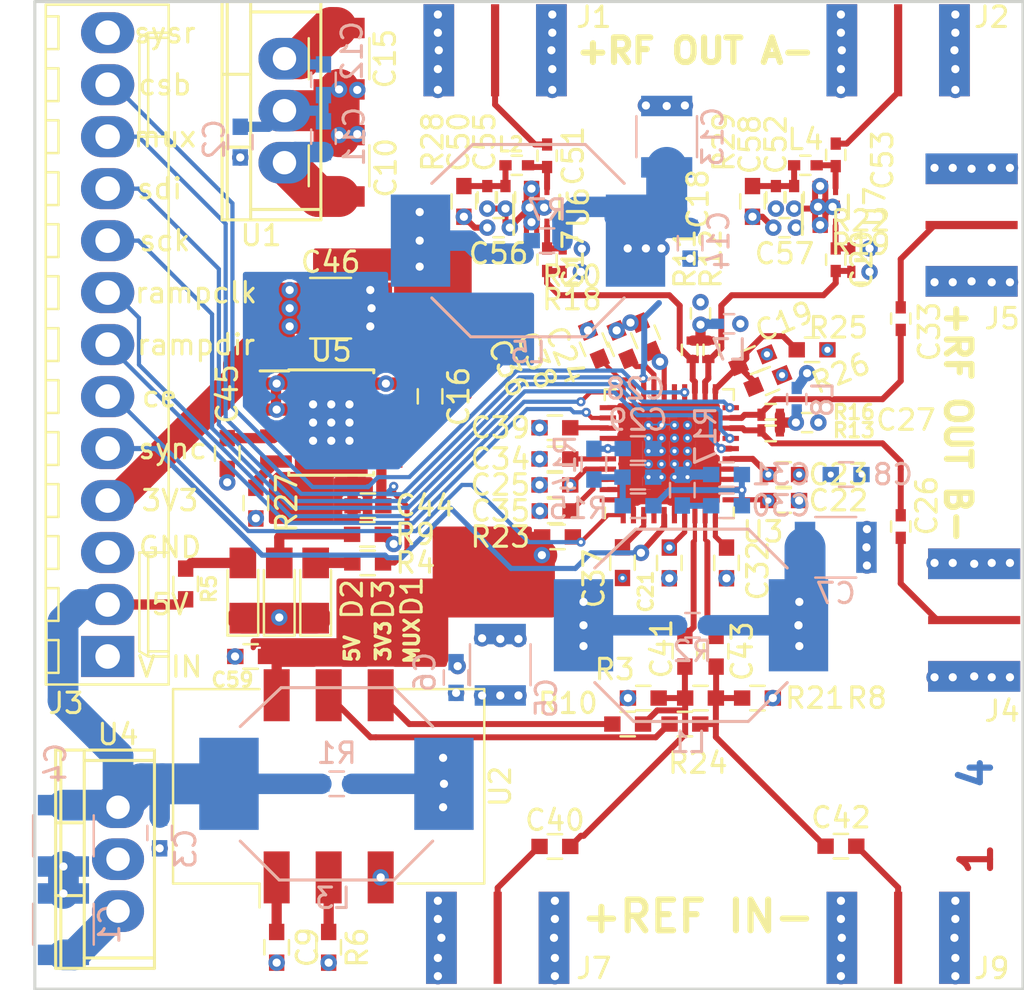
<source format=kicad_pcb>
(kicad_pcb (version 20171130) (host pcbnew 5.0.2-bee76a0~70~ubuntu18.04.1)
  (layers (0 F.Cu signal hide) (1 In1.Cu signal hide) (2 In2.Cu signal hide) (31 B.Cu signal) (34 B.Paste user hide) (35 F.Paste user hide) (36 B.SilkS user hide) (37 F.SilkS user) (38 B.Mask user hide) (39 F.Mask user hide) (44 Edge.Cuts user))
  (net 0 "")
  (net 1 GND)
  (net 2 /VIN)
  (net 3 /VRF)
  (net 4 /VCC)
  (net 5 "Net-(C17-Pad1)")
  (net 6 "Net-(C20-Pad1)")
  (net 7 "Net-(C26-Pad1)")
  (net 8 "Net-(C29-Pad1)")
  (net 9 "Net-(C30-Pad2)")
  (net 10 "Net-(C32-Pad1)")
  (net 11 "Net-(C33-Pad1)")
  (net 12 "Net-(C34-Pad1)")
  (net 13 "Net-(C35-Pad1)")
  (net 14 "Net-(C36-Pad1)")
  (net 15 "Net-(C37-Pad1)")
  (net 16 "Net-(C38-Pad1)")
  (net 17 "Net-(C39-Pad1)")
  (net 18 "Net-(C40-Pad1)")
  (net 19 "Net-(C40-Pad2)")
  (net 20 "Net-(C42-Pad1)")
  (net 21 "Net-(C42-Pad2)")
  (net 22 "Net-(D1-Pad2)")
  (net 23 "Net-(D2-Pad2)")
  (net 24 "Net-(D3-Pad2)")
  (net 25 /MUX)
  (net 26 /RAMPDIR)
  (net 27 /RAMPCLK)
  (net 28 /SCK)
  (net 29 /SDI)
  (net 30 /CSB)
  (net 31 /CE)
  (net 32 /SYNC)
  (net 33 /SYSREFREQ)
  (net 34 /3V3)
  (net 35 /RFA_BIAS)
  (net 36 /RFB_BIAS)
  (net 37 /VTUNE)
  (net 38 /CPOUT)
  (net 39 /RFOUT_A_P)
  (net 40 /RFOUT_A_N)
  (net 41 /RFOUT_B_N)
  (net 42 /RFOUT_B_P)
  (net 43 /OSCIN_P)
  (net 44 /OSCIN_N)
  (net 45 "Net-(C19-Pad2)")
  (net 46 /5V_unfilt)
  (net 47 /5V)
  (net 48 "Net-(C9-Pad1)")
  (net 49 /9V)
  (net 50 "Net-(C16-Pad1)")
  (net 51 "Net-(C44-Pad1)")
  (net 52 "Net-(C45-Pad1)")
  (net 53 "Net-(C50-Pad2)")
  (net 54 "Net-(C51-Pad2)")
  (net 55 "Net-(C52-Pad2)")
  (net 56 "Net-(C53-Pad2)")
  (net 57 "Net-(C53-Pad1)")
  (net 58 "Net-(R6-Pad1)")
  (net 59 "Net-(R10-Pad2)")
  (net 60 "Net-(R24-Pad2)")
  (net 61 "Net-(R27-Pad1)")
  (net 62 "Net-(U3-Pad28)")
  (net 63 "Net-(C51-Pad1)")
  (module Housings_SOIC:SOIC-8-1EP_3.9x4.9mm_Pitch1.27mm (layer F.Cu) (at 88.138 91.694)
    (fp_text reference U5 (at 0 -3.5) (layer F.SilkS))
    (fp_text value ADP7158)
    (pad 1 smd rect (at -2.7 -1.905) (size 1.55 0.6) (layers F.Cu F.Paste F.Mask) (net 34 /3V3))
    (pad 2 smd rect (at -2.7 -0.635) (size 1.55 0.6) (layers F.Cu F.Paste F.Mask) (net 34 /3V3))
    (pad 3 smd rect (at -2.7 0.635) (size 1.55 0.6) (layers F.Cu F.Paste F.Mask) (net 52 "Net-(C45-Pad1)"))
    (pad 4 smd rect (at -2.7 1.905) (size 1.55 0.6) (layers F.Cu F.Paste F.Mask) (net 61 "Net-(R27-Pad1)"))
    (pad 5 smd rect (at 2.7 1.905) (size 1.55 0.6) (layers F.Cu F.Paste F.Mask) (net 51 "Net-(C44-Pad1)"))
    (pad 6 smd rect (at 2.7 0.635) (size 1.55 0.6) (layers F.Cu F.Paste F.Mask) (net 51 "Net-(C44-Pad1)"))
    (pad 7 smd rect (at 2.7 -0.635) (size 1.55 0.6) (layers F.Cu F.Paste F.Mask) (net 50 "Net-(C16-Pad1)"))
    (pad 8 smd rect (at 2.7 -1.905) (size 1.55 0.6) (layers F.Cu F.Paste F.Mask) (net 47 /5V))
    (pad 9 smd rect (at 0.5875 0.5875) (size 1.175 1.175) (layers F.Cu F.Paste F.Mask) (net 1 GND))
    (pad 9 smd rect (at 0.5875 -0.5875) (size 1.175 1.175) (layers F.Cu F.Paste F.Mask) (net 1 GND))
    (pad 9 smd rect (at -0.5875 0.5875) (size 1.175 1.175) (layers F.Cu F.Paste F.Mask) (net 1 GND))
    (pad 9 smd rect (at -0.5875 -0.5875) (size 1.175 1.175) (layers F.Cu F.Paste F.Mask) (net 1 GND))
  )
  (module LEDs:LED_0805_HandSoldering (layer F.Cu) (at 87.376 99.902 90)
    (fp_text reference D1 (at -0.301 4.699 270) (layer F.SilkS))
    (fp_text value LED)
    (pad 1 smd rect (at -1.35 0 90) (size 1.5 1.3) (layers F.Cu F.Paste F.Mask) (net 1 GND))
    (pad 2 smd rect (at 1.35 0 90) (size 1.5 1.3) (layers F.Cu F.Paste F.Mask) (net 22 "Net-(D1-Pad2)"))
  )
  (module LEDs:LED_0805_HandSoldering (layer F.Cu) (at 83.82 99.902 90)
    (fp_text reference D2 (at -0.428 5.334 270) (layer F.SilkS))
    (fp_text value LED)
    (pad 1 smd rect (at -1.35 0 90) (size 1.5 1.3) (layers F.Cu F.Paste F.Mask) (net 1 GND))
    (pad 2 smd rect (at 1.35 0 90) (size 1.5 1.3) (layers F.Cu F.Paste F.Mask) (net 23 "Net-(D2-Pad2)"))
  )
  (module LEDs:LED_0805_HandSoldering (layer F.Cu) (at 85.598 99.902 90)
    (fp_text reference D3 (at -0.428 5.08 270) (layer F.SilkS))
    (fp_text value LED)
    (pad 1 smd rect (at -1.35 0 90) (size 1.5 1.3) (layers F.Cu F.Paste F.Mask) (net 1 GND))
    (pad 2 smd rect (at 1.35 0 90) (size 1.5 1.3) (layers F.Cu F.Paste F.Mask) (net 24 "Net-(D3-Pad2)"))
  )
  (module Connectors_Molex:Molex_KK-6410-13_13x2.54mm_Straight (layer F.Cu) (at 77.216 103.124 90)
    (fp_text reference J3 (at -2.286 -2.032 180) (layer F.SilkS))
    (fp_text value Conn_01x13_Male)
    (pad 1 thru_hole rect (at 0 0 90) (size 2 2.6) (drill 1.2) (layers *.Cu *.Mask) (net 2 /VIN))
    (pad 2 thru_hole oval (at 2.54 0 90) (size 2 2.6) (drill 1.2) (layers *.Cu *.Mask) (net 46 /5V_unfilt))
    (pad 3 thru_hole oval (at 5.08 0 90) (size 2 2.6) (drill 1.2) (layers *.Cu *.Mask) (net 1 GND))
    (pad 4 thru_hole oval (at 7.62 0 90) (size 2 2.6) (drill 1.2) (layers *.Cu *.Mask) (net 34 /3V3))
    (pad 5 thru_hole oval (at 10.16 0 90) (size 2 2.6) (drill 1.2) (layers *.Cu *.Mask) (net 32 /SYNC))
    (pad 6 thru_hole oval (at 12.7 0 90) (size 2 2.6) (drill 1.2) (layers *.Cu *.Mask) (net 31 /CE))
    (pad 7 thru_hole oval (at 15.24 0 90) (size 2 2.6) (drill 1.2) (layers *.Cu *.Mask) (net 26 /RAMPDIR))
    (pad 8 thru_hole oval (at 17.78 0 90) (size 2 2.6) (drill 1.2) (layers *.Cu *.Mask) (net 27 /RAMPCLK))
    (pad 9 thru_hole oval (at 20.32 0 90) (size 2 2.6) (drill 1.2) (layers *.Cu *.Mask) (net 28 /SCK))
    (pad 10 thru_hole oval (at 22.86 0 90) (size 2 2.6) (drill 1.2) (layers *.Cu *.Mask) (net 29 /SDI))
    (pad 11 thru_hole oval (at 25.4 0 90) (size 2 2.6) (drill 1.2) (layers *.Cu *.Mask) (net 25 /MUX))
    (pad 12 thru_hole oval (at 27.94 0 90) (size 2 2.6) (drill 1.2) (layers *.Cu *.Mask) (net 30 /CSB))
    (pad 13 thru_hole oval (at 30.48 0 90) (size 2 2.6) (drill 1.2) (layers *.Cu *.Mask) (net 33 /SYSREFREQ))
  )
  (module Inductors_NEOSID:Neosid_Inductor_Ms95 (layer B.Cu) (at 105.70718 101.6)
    (fp_text reference L1 (at -0.127 5.715) (layer B.SilkS) (effects (justify mirror)))
    (fp_text value 33u)
    (pad 1 smd rect (at -5.25018 0) (size 2.90068 4.50088) (layers B.Cu B.Paste B.Mask) (net 34 /3V3))
    (pad 2 smd rect (at 5.25018 0) (size 2.90068 4.50088) (layers B.Cu B.Paste B.Mask) (net 3 /VRF))
  )
  (module Inductors_NEOSID:Neosid_Inductor_Ms95 (layer B.Cu) (at 88.392 109.347)
    (fp_text reference L3 (at -0.17018 5.588) (layer B.SilkS) (effects (justify mirror)))
    (fp_text value 33uH)
    (pad 1 smd rect (at -5.25018 0) (size 2.90068 4.50088) (layers B.Cu B.Paste B.Mask) (net 46 /5V_unfilt))
    (pad 2 smd rect (at 5.25018 0) (size 2.90068 4.50088) (layers B.Cu B.Paste B.Mask) (net 47 /5V))
  )
  (module Inductors_NEOSID:Neosid_Inductor_Ms95 (layer B.Cu) (at 97.74682 82.804)
    (fp_text reference L5 (at 0 5.461) (layer B.SilkS) (effects (justify mirror)))
    (fp_text value 33u)
    (pad 1 smd rect (at -5.25018 0) (size 2.90068 4.50088) (layers B.Cu B.Paste B.Mask) (net 34 /3V3))
    (pad 2 smd rect (at 5.25018 0) (size 2.90068 4.50088) (layers B.Cu B.Paste B.Mask) (net 4 /VCC))
  )
  (module Power_Integrations:TO-220 (layer F.Cu) (at 85.852 76.454 90)
    (fp_text reference U1 (at -6.096 -1.143 180) (layer F.SilkS))
    (fp_text value LM7809_TO220)
    (pad 2 thru_hole oval (at 0 0 90) (size 2.032 2.54) (drill 1.143) (layers *.Cu *.Mask) (net 1 GND))
    (pad 3 thru_hole oval (at 2.54 0 90) (size 2.032 2.54) (drill 1.143) (layers *.Cu *.Mask) (net 49 /9V))
    (pad 1 thru_hole oval (at -2.54 0 90) (size 2.032 2.54) (drill 1.143) (layers *.Cu *.Mask) (net 2 /VIN))
  )
  (module Housings_DFN_QFN:Texas_PVQFN-N40 (layer F.Cu) (at 104.648 93.218 90)
    (fp_text reference U3 (at -3.81 4.572 180) (layer F.SilkS))
    (fp_text value lmx254)
    (pad 41 smd rect (at 0.875 -0.65 180) (size 1.3 1.75) (layers F.Cu F.Paste F.Mask) (net 1 GND))
    (pad 41 smd rect (at 0.875 0.65 180) (size 1.3 1.75) (layers F.Cu F.Paste F.Mask) (net 1 GND))
    (pad 41 smd rect (at -0.875 0.65 180) (size 1.3 1.75) (layers F.Cu F.Paste F.Mask) (net 1 GND))
    (pad 41 smd rect (at -0.875 -0.65 180) (size 1.3 1.75) (layers F.Cu F.Paste F.Mask) (net 1 GND))
    (pad 40 smd rect (at -2.25 -3 180) (size 0.8 0.25) (layers F.Cu F.Paste F.Mask) (net 1 GND))
    (pad 39 smd rect (at -1.75 -3 180) (size 0.8 0.25) (layers F.Cu F.Paste F.Mask) (net 1 GND))
    (pad 38 smd rect (at -1.25 -3 180) (size 0.8 0.25) (layers F.Cu F.Paste F.Mask) (net 13 "Net-(C35-Pad1)"))
    (pad 37 smd rect (at -0.75 -3 180) (size 0.8 0.25) (layers F.Cu F.Paste F.Mask) (net 4 /VCC))
    (pad 36 smd rect (at -0.25 -3 180) (size 0.8 0.25) (layers F.Cu F.Paste F.Mask) (net 12 "Net-(C34-Pad1)"))
    (pad 35 smd rect (at 0.25 -3 180) (size 0.8 0.25) (layers F.Cu F.Paste F.Mask) (net 37 /VTUNE))
    (pad 34 smd rect (at 0.75 -3 180) (size 0.8 0.25) (layers F.Cu F.Paste F.Mask) (net 1 GND))
    (pad 33 smd rect (at 1.25 -3 180) (size 0.8 0.25) (layers F.Cu F.Paste F.Mask) (net 17 "Net-(C39-Pad1)"))
    (pad 32 smd rect (at 1.75 -3 180) (size 0.8 0.25) (layers F.Cu F.Paste F.Mask) (net 26 /RAMPDIR))
    (pad 31 smd rect (at 2.25 -3 180) (size 0.8 0.25) (layers F.Cu F.Paste F.Mask) (net 1 GND))
    (pad 30 smd rect (at 3 -2.25 90) (size 0.8 0.25) (layers F.Cu F.Paste F.Mask) (net 27 /RAMPCLK))
    (pad 29 smd rect (at 3 -1.75 90) (size 0.8 0.25) (layers F.Cu F.Paste F.Mask) (net 14 "Net-(C36-Pad1)"))
    (pad 28 smd rect (at 3 -1.25 90) (size 0.8 0.25) (layers F.Cu F.Paste F.Mask) (net 62 "Net-(U3-Pad28)"))
    (pad 27 smd rect (at 3 -0.75 90) (size 0.8 0.25) (layers F.Cu F.Paste F.Mask) (net 16 "Net-(C38-Pad1)"))
    (pad 26 smd rect (at 3 -0.25 90) (size 0.8 0.25) (layers F.Cu F.Paste F.Mask) (net 4 /VCC))
    (pad 25 smd rect (at 3 0.25 90) (size 0.8 0.25) (layers F.Cu F.Paste F.Mask) (net 1 GND))
    (pad 24 smd rect (at 3 0.75 90) (size 0.8 0.25) (layers F.Cu F.Paste F.Mask) (net 30 /CSB))
    (pad 23 smd rect (at 3 1.25 90) (size 0.8 0.25) (layers F.Cu F.Paste F.Mask) (net 39 /RFOUT_A_P))
    (pad 22 smd rect (at 3 1.75 90) (size 0.8 0.25) (layers F.Cu F.Paste F.Mask) (net 40 /RFOUT_A_N))
    (pad 21 smd rect (at 3 2.25 90) (size 0.8 0.25) (layers F.Cu F.Paste F.Mask) (net 45 "Net-(C19-Pad2)"))
    (pad 20 smd rect (at 2.25 3 180) (size 0.8 0.25) (layers F.Cu F.Paste F.Mask) (net 25 /MUX))
    (pad 19 smd rect (at 1.75 3 180) (size 0.8 0.25) (layers F.Cu F.Paste F.Mask) (net 42 /RFOUT_B_P))
    (pad 18 smd rect (at 1.25 3 180) (size 0.8 0.25) (layers F.Cu F.Paste F.Mask) (net 41 /RFOUT_B_N))
    (pad 17 smd rect (at 0.75 3 180) (size 0.8 0.25) (layers F.Cu F.Paste F.Mask) (net 29 /SDI))
    (pad 16 smd rect (at 0.25 3 180) (size 0.8 0.25) (layers F.Cu F.Paste F.Mask) (net 28 /SCK))
    (pad 15 smd rect (at -0.25 3 180) (size 0.8 0.25) (layers F.Cu F.Paste F.Mask) (net 4 /VCC))
    (pad 14 smd rect (at -0.75 3 180) (size 0.8 0.25) (layers F.Cu F.Paste F.Mask) (net 1 GND))
    (pad 13 smd rect (at -1.25 3 180) (size 0.8 0.25) (layers F.Cu F.Paste F.Mask) (net 1 GND))
    (pad 12 smd rect (at -1.75 3 180) (size 0.8 0.25) (layers F.Cu F.Paste F.Mask) (net 38 /CPOUT))
    (pad 11 smd rect (at -2.25 3 180) (size 0.8 0.25) (layers F.Cu F.Paste F.Mask) (net 4 /VCC))
    (pad 10 smd rect (at -3 2.25 90) (size 0.8 0.25) (layers F.Cu F.Paste F.Mask) (net 10 "Net-(C32-Pad1)"))
    (pad 9 smd rect (at -3 1.75 90) (size 0.8 0.25) (layers F.Cu F.Paste F.Mask) (net 44 /OSCIN_N))
    (pad 8 smd rect (at -3 1.25 90) (size 0.8 0.25) (layers F.Cu F.Paste F.Mask) (net 43 /OSCIN_P))
    (pad 7 smd rect (at -3 0.75 90) (size 0.8 0.25) (layers F.Cu F.Paste F.Mask) (net 4 /VCC))
    (pad 6 smd rect (at -3 0.25 90) (size 0.8 0.25) (layers F.Cu F.Paste F.Mask) (net 1 GND))
    (pad 5 smd rect (at -3 -0.25 90) (size 0.8 0.25) (layers F.Cu F.Paste F.Mask) (net 32 /SYNC))
    (pad 4 smd rect (at -3 -0.75 90) (size 0.8 0.25) (layers F.Cu F.Paste F.Mask) (net 1 GND))
    (pad 3 smd rect (at -3 -1.25 90) (size 0.8 0.25) (layers F.Cu F.Paste F.Mask) (net 15 "Net-(C37-Pad1)"))
    (pad 2 smd rect (at -3 -1.75 90) (size 0.8 0.25) (layers F.Cu F.Paste F.Mask) (net 1 GND))
    (pad 1 smd rect (at -3 -2.25 90) (size 0.8 0.25) (layers F.Cu F.Paste F.Mask) (net 31 /CE))
  )
  (module Capacitors_SMD:C_0603 (layer B.Cu) (at 83.693 77.99 90)
    (fp_text reference C2 (at 0.139 -1.27 90) (layer B.SilkS) (effects (justify mirror)))
    (fp_text value 100n)
    (pad 2 smd rect (at 0.75 0 90) (size 0.8 0.75) (layers B.Cu B.Paste B.Mask) (net 1 GND))
    (pad 1 smd rect (at -0.75 0 90) (size 0.8 0.75) (layers B.Cu B.Paste B.Mask) (net 2 /VIN))
  )
  (module Capacitors_SMD:C_0603 (layer B.Cu) (at 79.756 111.748 270)
    (fp_text reference C3 (at 0.774 -1.27 270) (layer B.SilkS) (effects (justify mirror)))
    (fp_text value 100n)
    (pad 2 smd rect (at 0.75 0 270) (size 0.8 0.75) (layers B.Cu B.Paste B.Mask) (net 1 GND))
    (pad 1 smd rect (at -0.75 0 270) (size 0.8 0.75) (layers B.Cu B.Paste B.Mask) (net 46 /5V_unfilt))
  )
  (module Capacitors_SMD:C_0603 (layer B.Cu) (at 94.234 104.152 90)
    (fp_text reference C6 (at 0.266 -1.524 90) (layer B.SilkS) (effects (justify mirror)))
    (fp_text value 100n)
    (pad 2 smd rect (at 0.75 0 90) (size 0.8 0.75) (layers B.Cu B.Paste B.Mask) (net 1 GND))
    (pad 1 smd rect (at -0.75 0 90) (size 0.8 0.75) (layers B.Cu B.Paste B.Mask) (net 47 /5V))
  )
  (module Capacitors_SMD:C_0603 (layer B.Cu) (at 113.284 94.234)
    (fp_text reference C8 (at 2.286 0) (layer B.SilkS) (effects (justify mirror)))
    (fp_text value 100n)
    (pad 2 smd rect (at 0.75 0) (size 0.8 0.75) (layers B.Cu B.Paste B.Mask) (net 1 GND))
    (pad 1 smd rect (at -0.75 0) (size 0.8 0.75) (layers B.Cu B.Paste B.Mask) (net 3 /VRF))
  )
  (module Capacitors_SMD:C_0603 (layer B.Cu) (at 105.664 82.931 270)
    (fp_text reference C14 (at -0.127 -1.397 270) (layer B.SilkS) (effects (justify mirror)))
    (fp_text value 100n)
    (pad 2 smd rect (at 0.75 0 270) (size 0.8 0.75) (layers B.Cu B.Paste B.Mask) (net 1 GND))
    (pad 1 smd rect (at -0.75 0 270) (size 0.8 0.75) (layers B.Cu B.Paste B.Mask) (net 4 /VCC))
  )
  (module Capacitors_SMD:C_0603 (layer F.Cu) (at 108.724 88.646 202.5)
    (fp_text reference C19 (at -2.147 1.143 202.5) (layer F.SilkS))
    (fp_text value "100 n")
    (pad 2 smd rect (at 0.75 0 202.5) (size 0.8 0.75) (layers F.Cu F.Paste F.Mask) (net 45 "Net-(C19-Pad2)"))
    (pad 1 smd rect (at -0.75 0 202.5) (size 0.8 0.75) (layers F.Cu F.Paste F.Mask) (net 1 GND))
  )
  (module Capacitors_SMD:C_0603 (layer F.Cu) (at 104.648 98.552 270)
    (fp_text reference C21 (at 1.397 1.143 270) (layer F.SilkS) (effects (font (size 0.7 0.7))))
    (fp_text value 1u)
    (pad 2 smd rect (at 0.75 0 270) (size 0.8 0.75) (layers F.Cu F.Paste F.Mask) (net 1 GND))
    (pad 1 smd rect (at -0.75 0 270) (size 0.8 0.75) (layers F.Cu F.Paste F.Mask) (net 4 /VCC))
  )
  (module Capacitors_SMD:C_0603 (layer F.Cu) (at 110.236 95.504)
    (fp_text reference C22 (at 2.667 0) (layer F.SilkS))
    (fp_text value 1u)
    (pad 2 smd rect (at 0.75 0) (size 0.8 0.75) (layers F.Cu F.Paste F.Mask) (net 1 GND))
    (pad 1 smd rect (at -0.75 0) (size 0.8 0.75) (layers F.Cu F.Paste F.Mask) (net 4 /VCC))
  )
  (module Capacitors_SMD:C_0603 (layer F.Cu) (at 110.236 94.234)
    (fp_text reference C23 (at 2.667 0) (layer F.SilkS))
    (fp_text value 1u)
    (pad 2 smd rect (at 0.75 0) (size 0.8 0.75) (layers F.Cu F.Paste F.Mask) (net 1 GND))
    (pad 1 smd rect (at -0.75 0) (size 0.8 0.75) (layers F.Cu F.Paste F.Mask) (net 4 /VCC))
  )
  (module Capacitors_SMD:C_0603 (layer F.Cu) (at 103.505 87.503 112.5)
    (fp_text reference C24 (at 0.685296 -3.977519 112.5) (layer F.SilkS))
    (fp_text value 1u)
    (pad 2 smd rect (at 0.75 0 112.5) (size 0.8 0.75) (layers F.Cu F.Paste F.Mask) (net 1 GND))
    (pad 1 smd rect (at -0.75 0 112.5) (size 0.8 0.75) (layers F.Cu F.Paste F.Mask) (net 4 /VCC))
  )
  (module Capacitors_SMD:C_0603 (layer F.Cu) (at 99.06 94.742 180)
    (fp_text reference C25 (at 2.667 0 180) (layer F.SilkS))
    (fp_text value 1u)
    (pad 2 smd rect (at 0.75 0 180) (size 0.8 0.75) (layers F.Cu F.Paste F.Mask) (net 1 GND))
    (pad 1 smd rect (at -0.75 0 180) (size 0.8 0.75) (layers F.Cu F.Paste F.Mask) (net 4 /VCC))
  )
  (module Capacitors_SMD:C_0603 (layer B.Cu) (at 103.124 92.964)
    (fp_text reference C28 (at -0.127 -2.921) (layer B.SilkS) (effects (justify mirror)))
    (fp_text value 1.8n)
    (pad 2 smd rect (at 0.75 0) (size 0.8 0.75) (layers B.Cu B.Paste B.Mask) (net 1 GND))
    (pad 1 smd rect (at -0.75 0) (size 0.8 0.75) (layers B.Cu B.Paste B.Mask) (net 37 /VTUNE))
  )
  (module Capacitors_SMD:C_0603 (layer B.Cu) (at 103.112 94.361)
    (fp_text reference C29 (at 0 -2.794) (layer B.SilkS) (effects (justify mirror)))
    (fp_text value 0p)
    (pad 2 smd rect (at 0.75 0) (size 0.8 0.75) (layers B.Cu B.Paste B.Mask) (net 1 GND))
    (pad 1 smd rect (at -0.75 0) (size 0.8 0.75) (layers B.Cu B.Paste B.Mask) (net 8 "Net-(C29-Pad1)"))
  )
  (module Capacitors_SMD:C_0603 (layer B.Cu) (at 107.442 95.758 180)
    (fp_text reference C30 (at -2.667 0 180) (layer B.SilkS) (effects (justify mirror)))
    (fp_text value 68n)
    (pad 2 smd rect (at 0.75 0 180) (size 0.8 0.75) (layers B.Cu B.Paste B.Mask) (net 9 "Net-(C30-Pad2)"))
    (pad 1 smd rect (at -0.75 0 180) (size 0.8 0.75) (layers B.Cu B.Paste B.Mask) (net 38 /CPOUT))
  )
  (module Capacitors_SMD:C_0603 (layer B.Cu) (at 107.442 94.234 180)
    (fp_text reference C31 (at -2.667 0 180) (layer B.SilkS) (effects (justify mirror)))
    (fp_text value 390)
    (pad 2 smd rect (at 0.75 0 180) (size 0.8 0.75) (layers B.Cu B.Paste B.Mask) (net 1 GND))
    (pad 1 smd rect (at -0.75 0 180) (size 0.8 0.75) (layers B.Cu B.Paste B.Mask) (net 38 /CPOUT))
  )
  (module Capacitors_SMD:C_0603 (layer F.Cu) (at 107.442 98.552 270)
    (fp_text reference C32 (at 0.381 -1.524 270) (layer F.SilkS))
    (fp_text value 1u)
    (pad 2 smd rect (at 0.75 0 270) (size 0.8 0.75) (layers F.Cu F.Paste F.Mask) (net 1 GND))
    (pad 1 smd rect (at -0.75 0 270) (size 0.8 0.75) (layers F.Cu F.Paste F.Mask) (net 10 "Net-(C32-Pad1)"))
  )
  (module Capacitors_SMD:C_0603 (layer F.Cu) (at 99.06 93.472 180)
    (fp_text reference C34 (at 2.667 0 180) (layer F.SilkS))
    (fp_text value 10u)
    (pad 2 smd rect (at 0.75 0 180) (size 0.8 0.75) (layers F.Cu F.Paste F.Mask) (net 1 GND))
    (pad 1 smd rect (at -0.75 0 180) (size 0.8 0.75) (layers F.Cu F.Paste F.Mask) (net 12 "Net-(C34-Pad1)"))
  )
  (module Capacitors_SMD:C_0603 (layer F.Cu) (at 99.072 96.012 180)
    (fp_text reference C35 (at 2.679 0 180) (layer F.SilkS))
    (fp_text value 1u)
    (pad 2 smd rect (at 0.75 0 180) (size 0.8 0.75) (layers F.Cu F.Paste F.Mask) (net 1 GND))
    (pad 1 smd rect (at -0.75 0 180) (size 0.8 0.75) (layers F.Cu F.Paste F.Mask) (net 13 "Net-(C35-Pad1)"))
  )
  (module Capacitors_SMD:C_0603 (layer F.Cu) (at 102.362 87.884 112.5)
    (fp_text reference C38 (at 0.89983 -4.163584 112.5) (layer F.SilkS))
    (fp_text value 1u)
    (pad 2 smd rect (at 0.75 0 112.5) (size 0.8 0.75) (layers F.Cu F.Paste F.Mask) (net 1 GND))
    (pad 1 smd rect (at -0.75 0 112.5) (size 0.8 0.75) (layers F.Cu F.Paste F.Mask) (net 16 "Net-(C38-Pad1)"))
  )
  (module Capacitors_SMD:C_0603 (layer F.Cu) (at 99.06 112.407 180)
    (fp_text reference C40 (at 0 1.282 180) (layer F.SilkS))
    (fp_text value 100n)
    (pad 2 smd rect (at 0.75 0 180) (size 0.8 0.75) (layers F.Cu F.Paste F.Mask) (net 19 "Net-(C40-Pad2)"))
    (pad 1 smd rect (at -0.75 0 180) (size 0.8 0.75) (layers F.Cu F.Paste F.Mask) (net 18 "Net-(C40-Pad1)"))
  )
  (module Capacitors_SMD:C_0603 (layer F.Cu) (at 105.41 102.87 270)
    (fp_text reference C41 (at -0.127 1.143 270) (layer F.SilkS))
    (fp_text value 100n)
    (pad 2 smd rect (at 0.75 0 270) (size 0.8 0.75) (layers F.Cu F.Paste F.Mask) (net 18 "Net-(C40-Pad1)"))
    (pad 1 smd rect (at -0.75 0 270) (size 0.8 0.75) (layers F.Cu F.Paste F.Mask) (net 43 /OSCIN_P))
  )
  (module Capacitors_SMD:C_0603 (layer F.Cu) (at 113.03 112.395)
    (fp_text reference C42 (at 0 -1.397) (layer F.SilkS))
    (fp_text value 100n)
    (pad 2 smd rect (at 0.75 0) (size 0.8 0.75) (layers F.Cu F.Paste F.Mask) (net 21 "Net-(C42-Pad2)"))
    (pad 1 smd rect (at -0.75 0) (size 0.8 0.75) (layers F.Cu F.Paste F.Mask) (net 20 "Net-(C42-Pad1)"))
  )
  (module Capacitors_SMD:C_0603 (layer F.Cu) (at 106.934 102.87 270)
    (fp_text reference C43 (at 0 -1.27 270) (layer F.SilkS))
    (fp_text value 100n)
    (pad 2 smd rect (at 0.75 0 270) (size 0.8 0.75) (layers F.Cu F.Paste F.Mask) (net 20 "Net-(C42-Pad1)"))
    (pad 1 smd rect (at -0.75 0 270) (size 0.8 0.75) (layers F.Cu F.Paste F.Mask) (net 44 /OSCIN_N))
  )
  (module Capacitors_SMD:C_0603 (layer B.Cu) (at 88.404 109.347 180)
    (fp_text reference R1 (at 0 1.5 180) (layer B.SilkS) (effects (justify mirror)))
    (fp_text value 0)
    (pad 2 smd rect (at 0.75 0 180) (size 0.8 0.75) (layers B.Cu B.Paste B.Mask) (net 46 /5V_unfilt))
    (pad 1 smd rect (at -0.75 0 180) (size 0.8 0.75) (layers B.Cu B.Paste B.Mask) (net 47 /5V))
  )
  (module Capacitors_SMD:C_0603 (layer B.Cu) (at 105.779 101.6 180)
    (fp_text reference R2 (at 0 -1.27 180) (layer B.SilkS) (effects (justify mirror)))
    (fp_text value 0)
    (pad 2 smd rect (at 0.75 0 180) (size 0.8 0.75) (layers B.Cu B.Paste B.Mask) (net 34 /3V3))
    (pad 1 smd rect (at -0.75 0 180) (size 0.8 0.75) (layers B.Cu B.Paste B.Mask) (net 3 /VRF))
  )
  (module Capacitors_SMD:C_0603 (layer F.Cu) (at 89.916 98.552)
    (fp_text reference R4 (at 2.329 0) (layer F.SilkS))
    (fp_text value 150)
    (pad 2 smd rect (at 0.75 0) (size 0.8 0.75) (layers F.Cu F.Paste F.Mask) (net 25 /MUX))
    (pad 1 smd rect (at -0.75 0) (size 0.8 0.75) (layers F.Cu F.Paste F.Mask) (net 22 "Net-(D1-Pad2)"))
  )
  (module Capacitors_SMD:C_0603 (layer F.Cu) (at 81.026 99.58 270)
    (fp_text reference R5 (at 0.242 -1.143 270) (layer F.SilkS) (effects (font (size 0.7 0.7))))
    (fp_text value 1k)
    (pad 2 smd rect (at 0.75 0 270) (size 0.8 0.75) (layers F.Cu F.Paste F.Mask) (net 46 /5V_unfilt))
    (pad 1 smd rect (at -0.75 0 270) (size 0.8 0.75) (layers F.Cu F.Paste F.Mask) (net 23 "Net-(D2-Pad2)"))
  )
  (module Capacitors_SMD:C_0603 (layer F.Cu) (at 88.011 117.336 270)
    (fp_text reference R6 (at 0.012 -1.397 270) (layer F.SilkS))
    (fp_text value 0)
    (pad 2 smd rect (at 0.75 0 270) (size 0.8 0.75) (layers F.Cu F.Paste F.Mask) (net 1 GND))
    (pad 1 smd rect (at -0.75 0 270) (size 0.8 0.75) (layers F.Cu F.Paste F.Mask) (net 58 "Net-(R6-Pad1)"))
  )
  (module Capacitors_SMD:C_0603 (layer B.Cu) (at 98.679 82.804 180)
    (fp_text reference R7 (at 0 1.5 180) (layer B.SilkS) (effects (justify mirror)))
    (fp_text value 0)
    (pad 2 smd rect (at 0.75 0 180) (size 0.8 0.75) (layers B.Cu B.Paste B.Mask) (net 34 /3V3))
    (pad 1 smd rect (at -0.75 0 180) (size 0.8 0.75) (layers B.Cu B.Paste B.Mask) (net 4 /VCC))
  )
  (module Capacitors_SMD:C_0603 (layer F.Cu) (at 89.904 97.155)
    (fp_text reference R9 (at 2.329 0) (layer F.SilkS))
    (fp_text value 150)
    (pad 2 smd rect (at 0.75 0) (size 0.8 0.75) (layers F.Cu F.Paste F.Mask) (net 34 /3V3))
    (pad 1 smd rect (at -0.75 0) (size 0.8 0.75) (layers F.Cu F.Paste F.Mask) (net 24 "Net-(D3-Pad2)"))
  )
  (module Capacitors_SMD:C_0603 (layer F.Cu) (at 102.616 106.426 180)
    (fp_text reference R10 (at 2.921 1.016 180) (layer F.SilkS))
    (fp_text value 0)
    (pad 2 smd rect (at 0.75 0 180) (size 0.8 0.75) (layers F.Cu F.Paste F.Mask) (net 59 "Net-(R10-Pad2)"))
    (pad 1 smd rect (at -0.75 0 180) (size 0.8 0.75) (layers F.Cu F.Paste F.Mask) (net 18 "Net-(C40-Pad1)"))
  )
  (module Capacitors_SMD:C_0603 (layer B.Cu) (at 100.965 93.726 90)
    (fp_text reference R14 (at 0 -1.397 90) (layer B.SilkS) (effects (justify mirror)))
    (fp_text value 18)
    (pad 2 smd rect (at 0.75 0 90) (size 0.8 0.75) (layers B.Cu B.Paste B.Mask) (net 37 /VTUNE))
    (pad 1 smd rect (at -0.75 0 90) (size 0.8 0.75) (layers B.Cu B.Paste B.Mask) (net 8 "Net-(C29-Pad1)"))
  )
  (module Capacitors_SMD:C_0603 (layer B.Cu) (at 103.124 95.758 180)
    (fp_text reference R15 (at 2.921 -0.127 180) (layer B.SilkS) (effects (justify mirror)))
    (fp_text value 0)
    (pad 2 smd rect (at 0.75 0 180) (size 0.8 0.75) (layers B.Cu B.Paste B.Mask) (net 8 "Net-(C29-Pad1)"))
    (pad 1 smd rect (at -0.75 0 180) (size 0.8 0.75) (layers B.Cu B.Paste B.Mask) (net 38 /CPOUT))
  )
  (module Capacitors_SMD:C_0603 (layer B.Cu) (at 105.283 94.996 270)
    (fp_text reference R17 (at -2.667 -1.143 270) (layer B.SilkS) (effects (justify mirror)))
    (fp_text value 68)
    (pad 2 smd rect (at 0.75 0 270) (size 0.8 0.75) (layers B.Cu B.Paste B.Mask) (net 9 "Net-(C30-Pad2)"))
    (pad 1 smd rect (at -0.75 0 270) (size 0.8 0.75) (layers B.Cu B.Paste B.Mask) (net 1 GND))
  )
  (module Capacitors_SMD:C_0603 (layer F.Cu) (at 106.172 105.156)
    (fp_text reference R21 (at 5.588 0 180) (layer F.SilkS))
    (fp_text value 100)
    (pad 2 smd rect (at 0.75 0) (size 0.8 0.75) (layers F.Cu F.Paste F.Mask) (net 20 "Net-(C42-Pad1)"))
    (pad 1 smd rect (at -0.75 0) (size 0.8 0.75) (layers F.Cu F.Paste F.Mask) (net 18 "Net-(C40-Pad1)"))
  )
  (module Capacitors_SMD:C_0603 (layer F.Cu) (at 103.378 105.156)
    (fp_text reference R3 (at -1.397 -1.397) (layer F.SilkS))
    (fp_text value 50)
    (pad 2 smd rect (at 0.75 0) (size 0.8 0.75) (layers F.Cu F.Paste F.Mask) (net 18 "Net-(C40-Pad1)"))
    (pad 1 smd rect (at -0.75 0) (size 0.8 0.75) (layers F.Cu F.Paste F.Mask) (net 1 GND))
  )
  (module Capacitors_SMD:C_0603 (layer F.Cu) (at 108.954 105.156)
    (fp_text reference R8 (at 5.346 0) (layer F.SilkS))
    (fp_text value 50)
    (pad 2 smd rect (at 0.75 0) (size 0.8 0.75) (layers F.Cu F.Paste F.Mask) (net 1 GND))
    (pad 1 smd rect (at -0.75 0) (size 0.8 0.75) (layers F.Cu F.Paste F.Mask) (net 20 "Net-(C42-Pad1)"))
  )
  (module Capacitors_SMD:C_0603 (layer F.Cu) (at 99.187 97.282)
    (fp_text reference R23 (at -2.794 0) (layer F.SilkS))
    (fp_text value 10K)
    (pad 2 smd rect (at 0.75 0) (size 0.8 0.75) (layers F.Cu F.Paste F.Mask) (net 31 /CE))
    (pad 1 smd rect (at -0.75 0) (size 0.8 0.75) (layers F.Cu F.Paste F.Mask) (net 4 /VCC))
  )
  (module Capacitors_SMD:C_0603 (layer F.Cu) (at 105.41 106.426 180)
    (fp_text reference R24 (at -0.635 -1.905 180) (layer F.SilkS))
    (fp_text value 0)
    (pad 2 smd rect (at 0.75 0 180) (size 0.8 0.75) (layers F.Cu F.Paste F.Mask) (net 60 "Net-(R24-Pad2)"))
    (pad 1 smd rect (at -0.75 0 180) (size 0.8 0.75) (layers F.Cu F.Paste F.Mask) (net 20 "Net-(C42-Pad1)"))
  )
  (module Capacitors_SMD:C_0603 (layer F.Cu) (at 111.621 88.138 180)
    (fp_text reference R25 (at -1.282 1.0795 180) (layer F.SilkS))
    (fp_text value 0)
    (pad 2 smd rect (at 0.75 0 180) (size 0.8 0.75) (layers F.Cu F.Paste F.Mask) (net 45 "Net-(C19-Pad2)"))
    (pad 1 smd rect (at -0.75 0 180) (size 0.8 0.75) (layers F.Cu F.Paste F.Mask) (net 3 /VRF))
  )
  (module Capacitors_SMD:C_0603 (layer F.Cu) (at 109.462 89.662 202.5)
    (fp_text reference R26 (at -3.442205 -1.013416 202.5) (layer F.SilkS))
    (fp_text value 0)
    (pad 2 smd rect (at 0.75 0 202.5) (size 0.8 0.75) (layers F.Cu F.Paste F.Mask) (net 45 "Net-(C19-Pad2)"))
    (pad 1 smd rect (at -0.75 0 202.5) (size 0.8 0.75) (layers F.Cu F.Paste F.Mask) (net 4 /VCC))
  )
  (module Capacitors_SMD:C_0603 (layer F.Cu) (at 85.471 117.336 270)
    (fp_text reference C9 (at 0 -1.5 270) (layer F.SilkS))
    (fp_text value 100n)
    (pad 2 smd rect (at 0.75 0 270) (size 0.8 0.75) (layers F.Cu F.Paste F.Mask) (net 1 GND))
    (pad 1 smd rect (at -0.75 0 270) (size 0.8 0.75) (layers F.Cu F.Paste F.Mask) (net 48 "Net-(C9-Pad1)"))
  )
  (module Capacitors_SMD:C_0402 (layer F.Cu) (at 98.679 83.735 270)
    (fp_text reference C17 (at 0 -1.27 270) (layer F.SilkS))
    (fp_text value 10p)
    (pad 1 smd rect (at -0.55 0 270) (size 0.6 0.5) (layers F.Cu F.Paste F.Mask) (net 5 "Net-(C17-Pad1)"))
    (pad 2 smd rect (at 0.55 0 270) (size 0.6 0.5) (layers F.Cu F.Paste F.Mask) (net 39 /RFOUT_A_P))
  )
  (module Capacitors_SMD:C_0402 (layer F.Cu) (at 106.172 86.36 270)
    (fp_text reference C18 (at -5.588 0.127 270) (layer F.SilkS))
    (fp_text value 100n)
    (pad 1 smd rect (at -0.55 0 270) (size 0.6 0.5) (layers F.Cu F.Paste F.Mask) (net 1 GND))
    (pad 2 smd rect (at 0.55 0 270) (size 0.6 0.5) (layers F.Cu F.Paste F.Mask) (net 35 /RFA_BIAS))
  )
  (module Capacitors_SMD:C_0402 (layer F.Cu) (at 112.776 83.735 270)
    (fp_text reference C20 (at 0 -1.27 270) (layer F.SilkS))
    (fp_text value 10p)
    (pad 1 smd rect (at -0.55 0 270) (size 0.6 0.5) (layers F.Cu F.Paste F.Mask) (net 6 "Net-(C20-Pad1)"))
    (pad 2 smd rect (at 0.55 0 270) (size 0.6 0.5) (layers F.Cu F.Paste F.Mask) (net 40 /RFOUT_A_N))
  )
  (module Capacitors_SMD:C_0402 (layer F.Cu) (at 115.951 96.774 90)
    (fp_text reference C26 (at 1.016 1.27 90) (layer F.SilkS))
    (fp_text value 100n)
    (pad 1 smd rect (at -0.55 0 90) (size 0.6 0.5) (layers F.Cu F.Paste F.Mask) (net 7 "Net-(C26-Pad1)"))
    (pad 2 smd rect (at 0.55 0 90) (size 0.6 0.5) (layers F.Cu F.Paste F.Mask) (net 41 /RFOUT_B_N))
  )
  (module Capacitors_SMD:C_0402 (layer F.Cu) (at 111.379 91.694 180)
    (fp_text reference C27 (at -4.826 0.127 180) (layer F.SilkS))
    (fp_text value 100n)
    (pad 1 smd rect (at -0.55 0 180) (size 0.6 0.5) (layers F.Cu F.Paste F.Mask) (net 1 GND))
    (pad 2 smd rect (at 0.55 0 180) (size 0.6 0.5) (layers F.Cu F.Paste F.Mask) (net 36 /RFB_BIAS))
  )
  (module Capacitors_SMD:C_1210_HandSoldering (layer F.Cu) (at 88.106 86.106)
    (fp_text reference C46 (at 0 -2.25) (layer F.SilkS))
    (fp_text value 10u-1000u)
    (pad 1 smd rect (at -2 0) (size 2 2.5) (layers F.Cu F.Paste F.Mask) (net 34 /3V3))
    (pad 2 smd rect (at 2 0) (size 2 2.5) (layers F.Cu F.Paste F.Mask) (net 1 GND))
  )
  (module Capacitors_SMD:C_0402 (layer F.Cu) (at 95.758 80.687 90)
    (fp_text reference C50 (at 2.709 -1.397 90) (layer F.SilkS))
    (fp_text value 100n)
    (pad 1 smd rect (at -0.55 0 90) (size 0.6 0.5) (layers F.Cu F.Paste F.Mask) (net 1 GND))
    (pad 2 smd rect (at 0.55 0 90) (size 0.6 0.5) (layers F.Cu F.Paste F.Mask) (net 53 "Net-(C50-Pad2)"))
  )
  (module Capacitors_SMD:C_0402 (layer F.Cu) (at 98.679 78.655 270)
    (fp_text reference C51 (at 0 -1.27 270) (layer F.SilkS))
    (fp_text value 10p)
    (pad 1 smd rect (at -0.55 0 270) (size 0.6 0.5) (layers F.Cu F.Paste F.Mask) (net 63 "Net-(C51-Pad1)"))
    (pad 2 smd rect (at 0.55 0 270) (size 0.6 0.5) (layers F.Cu F.Paste F.Mask) (net 54 "Net-(C51-Pad2)"))
  )
  (module Capacitors_SMD:C_0402 (layer F.Cu) (at 110.744 80.687 90)
    (fp_text reference C52 (at 2.582 -0.889 90) (layer F.SilkS))
    (fp_text value 100n)
    (pad 1 smd rect (at -0.55 0 90) (size 0.6 0.5) (layers F.Cu F.Paste F.Mask) (net 1 GND))
    (pad 2 smd rect (at 0.55 0 90) (size 0.6 0.5) (layers F.Cu F.Paste F.Mask) (net 55 "Net-(C52-Pad2)"))
  )
  (module Capacitors_SMD:C_0402 (layer F.Cu) (at 112.776 78.613 270)
    (fp_text reference C53 (at 0.254 -2.286 270) (layer F.SilkS))
    (fp_text value 10p)
    (pad 1 smd rect (at -0.55 0 270) (size 0.6 0.5) (layers F.Cu F.Paste F.Mask) (net 57 "Net-(C53-Pad1)"))
    (pad 2 smd rect (at 0.55 0 270) (size 0.6 0.5) (layers F.Cu F.Paste F.Mask) (net 56 "Net-(C53-Pad2)"))
  )
  (module Capacitors_SMD:C_0402 (layer F.Cu) (at 97.197 79.121)
    (fp_text reference L2 (at -0.296 -1.016) (layer F.SilkS) (effects (font (size 0.7 0.7))))
    (fp_text value 10nH)
    (pad 1 smd rect (at -0.55 0) (size 0.6 0.5) (layers F.Cu F.Paste F.Mask) (net 53 "Net-(C50-Pad2)"))
    (pad 2 smd rect (at 0.55 0) (size 0.6 0.5) (layers F.Cu F.Paste F.Mask) (net 54 "Net-(C51-Pad2)"))
  )
  (module Capacitors_SMD:C_0402 (layer F.Cu) (at 111.294 79.121)
    (fp_text reference L4 (at 0 -1.27) (layer F.SilkS))
    (fp_text value 10nH)
    (pad 1 smd rect (at -0.55 0) (size 0.6 0.5) (layers F.Cu F.Paste F.Mask) (net 55 "Net-(C52-Pad2)"))
    (pad 2 smd rect (at 0.55 0) (size 0.6 0.5) (layers F.Cu F.Paste F.Mask) (net 56 "Net-(C53-Pad2)"))
  )
  (module Capacitors_SMD:C_0402 (layer B.Cu) (at 107.569 86.868)
    (fp_text reference L7 (at 0 1.27) (layer B.SilkS) (effects (justify mirror)))
    (fp_text value 18n)
    (pad 1 smd rect (at -0.55 0) (size 0.6 0.5) (layers B.Cu B.Paste B.Mask) (net 35 /RFA_BIAS))
    (pad 2 smd rect (at 0.55 0) (size 0.6 0.5) (layers B.Cu B.Paste B.Mask) (net 3 /VRF))
  )
  (module Capacitors_SMD:C_0402 (layer B.Cu) (at 110.871 90.551 90)
    (fp_text reference L8 (at 0 1.27 90) (layer B.SilkS) (effects (justify mirror)))
    (fp_text value 18n)
    (pad 1 smd rect (at -0.55 0 90) (size 0.6 0.5) (layers B.Cu B.Paste B.Mask) (net 36 /RFB_BIAS))
    (pad 2 smd rect (at 0.55 0 90) (size 0.6 0.5) (layers B.Cu B.Paste B.Mask) (net 3 /VRF))
  )
  (module Resistors_SMD:R_0402 (layer F.Cu) (at 105.791 88.138 90)
    (fp_text reference R11 (at 4.445 -0.381 90) (layer F.SilkS))
    (fp_text value 50)
    (pad 1 smd rect (at -0.45 0 90) (size 0.4 0.6) (layers F.Cu F.Paste F.Mask) (net 39 /RFOUT_A_P))
    (pad 2 smd rect (at 0.45 0 90) (size 0.4 0.6) (layers F.Cu F.Paste F.Mask) (net 35 /RFA_BIAS))
  )
  (module Resistors_SMD:R_0402 (layer F.Cu) (at 106.553 88.138 270)
    (fp_text reference R12 (at -4.445 -0.127 270) (layer F.SilkS))
    (fp_text value 50)
    (pad 1 smd rect (at -0.45 0 270) (size 0.4 0.6) (layers F.Cu F.Paste F.Mask) (net 35 /RFA_BIAS))
    (pad 2 smd rect (at 0.45 0 270) (size 0.4 0.6) (layers F.Cu F.Paste F.Mask) (net 40 /RFOUT_A_N))
  )
  (module Resistors_SMD:R_0402 (layer F.Cu) (at 109.601 92.075)
    (fp_text reference R13 (at 4.064 0) (layer F.SilkS) (effects (font (size 0.7 0.7))))
    (fp_text value 50)
    (pad 1 smd rect (at -0.45 0) (size 0.4 0.6) (layers F.Cu F.Paste F.Mask) (net 41 /RFOUT_B_N))
    (pad 2 smd rect (at 0.45 0) (size 0.4 0.6) (layers F.Cu F.Paste F.Mask) (net 36 /RFB_BIAS))
  )
  (module Resistors_SMD:R_0402 (layer F.Cu) (at 109.601 91.313 180)
    (fp_text reference R16 (at -4.064 0.127 180) (layer F.SilkS) (effects (font (size 0.7 0.7))))
    (fp_text value 50)
    (pad 1 smd rect (at -0.45 0 180) (size 0.4 0.6) (layers F.Cu F.Paste F.Mask) (net 36 /RFB_BIAS))
    (pad 2 smd rect (at 0.45 0 180) (size 0.4 0.6) (layers F.Cu F.Paste F.Mask) (net 42 /RFOUT_B_P))
  )
  (module Capacitors_SMD:C_0603 (layer F.Cu) (at 84.455 95.631 270)
    (fp_text reference R27 (at 0 -1.5 270) (layer F.SilkS))
    (fp_text value 0)
    (pad 2 smd rect (at 0.75 0 270) (size 0.8 0.75) (layers F.Cu F.Paste F.Mask) (net 47 /5V))
    (pad 1 smd rect (at -0.75 0 270) (size 0.8 0.75) (layers F.Cu F.Paste F.Mask) (net 61 "Net-(R27-Pad1)"))
  )
  (module Capacitors_SMD:C_0603 (layer F.Cu) (at 94.615 80.887 270)
    (fp_text reference R28 (at -2.909 1.524 270) (layer F.SilkS))
    (fp_text value 68)
    (pad 2 smd rect (at 0.75 0 270) (size 0.8 0.75) (layers F.Cu F.Paste F.Mask) (net 49 /9V))
    (pad 1 smd rect (at -0.75 0 270) (size 0.8 0.75) (layers F.Cu F.Paste F.Mask) (net 53 "Net-(C50-Pad2)"))
  )
  (module Capacitors_SMD:C_0603 (layer F.Cu) (at 108.712 80.887 270)
    (fp_text reference R29 (at -2.909 1.397 270) (layer F.SilkS))
    (fp_text value 68)
    (pad 2 smd rect (at 0.75 0 270) (size 0.8 0.75) (layers F.Cu F.Paste F.Mask) (net 49 /9V))
    (pad 1 smd rect (at -0.75 0 270) (size 0.8 0.75) (layers F.Cu F.Paste F.Mask) (net 55 "Net-(C52-Pad2)"))
  )
  (module Oscillators:Oscillator_SMD_Fordahl_DFAS1-6pin_14.8x9.1mm (layer F.Cu) (at 88.011 109.469)
    (fp_text reference U2 (at 8.382 0.005 270) (layer F.SilkS))
    (fp_text value VS_500)
    (pad 1 smd rect (at -2.54 4.45) (size 1.27 2.54) (layers F.Cu F.Paste F.Mask) (net 48 "Net-(C9-Pad1)"))
    (pad 2 smd rect (at 0 4.45) (size 1.27 2.54) (layers F.Cu F.Paste F.Mask) (net 58 "Net-(R6-Pad1)"))
    (pad 3 smd rect (at 2.54 4.45) (size 1.27 2.54) (layers F.Cu F.Paste F.Mask) (net 1 GND))
    (pad 4 smd rect (at 2.54 -4.45) (size 1.27 2.54) (layers F.Cu F.Paste F.Mask) (net 59 "Net-(R10-Pad2)"))
    (pad 5 smd rect (at 0 -4.45) (size 1.27 2.54) (layers F.Cu F.Paste F.Mask) (net 60 "Net-(R24-Pad2)"))
    (pad 6 smd rect (at -2.54 -4.45) (size 1.27 2.54) (layers F.Cu F.Paste F.Mask) (net 4 /VCC))
  )
  (module Power_Integrations:TO-220 (layer F.Cu) (at 77.724 113.03 90)
    (fp_text reference U4 (at 6.096 0 180) (layer F.SilkS))
    (fp_text value L7805)
    (pad 2 thru_hole oval (at 0 0 90) (size 2.032 2.54) (drill 1.143) (layers *.Cu *.Mask) (net 1 GND))
    (pad 3 thru_hole oval (at 2.54 0 90) (size 2.032 2.54) (drill 1.143) (layers *.Cu *.Mask) (net 46 /5V_unfilt))
    (pad 1 thru_hole oval (at -2.54 0 90) (size 2.032 2.54) (drill 1.143) (layers *.Cu *.Mask) (net 2 /VIN))
  )
  (module Housings_DFN_QFN:DFN-6-1EP_2x2mm_Pitch0.5mm (layer F.Cu) (at 98.171 81.153 90)
    (fp_text reference U6 (at -0.036 2.032 90) (layer F.SilkS))
    (fp_text value GRF3042)
    (pad 1 smd rect (at -0.925 -0.5 90) (size 0.7 0.25) (layers F.Cu F.Paste F.Mask) (net 1 GND))
    (pad 2 smd rect (at -0.925 0 90) (size 0.7 0.25) (layers F.Cu F.Paste F.Mask) (net 1 GND))
    (pad 3 smd rect (at -0.925 0.5 90) (size 0.7 0.25) (layers F.Cu F.Paste F.Mask) (net 5 "Net-(C17-Pad1)"))
    (pad 4 smd rect (at 0.925 0.5 90) (size 0.7 0.25) (layers F.Cu F.Paste F.Mask) (net 54 "Net-(C51-Pad2)"))
    (pad 5 smd rect (at 0.925 0 90) (size 0.7 0.25) (layers F.Cu F.Paste F.Mask) (net 1 GND))
    (pad 6 smd rect (at 0.925 -0.5 90) (size 0.7 0.25) (layers F.Cu F.Paste F.Mask) (net 1 GND))
    (pad 7 smd rect (at 0 0.355 90) (size 0.61 0.71) (layers F.Cu F.Paste F.Mask) (net 1 GND))
    (pad 7 smd rect (at 0 -0.355 90) (size 0.61 0.71) (layers F.Cu F.Paste F.Mask) (net 1 GND))
  )
  (module Housings_DFN_QFN:DFN-6-1EP_2x2mm_Pitch0.5mm (layer F.Cu) (at 112.268 81.153 90)
    (fp_text reference U7 (at 0 2.413 90) (layer F.SilkS))
    (fp_text value GRF3042)
    (pad 1 smd rect (at -0.925 -0.5 90) (size 0.7 0.25) (layers F.Cu F.Paste F.Mask) (net 1 GND))
    (pad 2 smd rect (at -0.925 0 90) (size 0.7 0.25) (layers F.Cu F.Paste F.Mask) (net 1 GND))
    (pad 3 smd rect (at -0.925 0.5 90) (size 0.7 0.25) (layers F.Cu F.Paste F.Mask) (net 6 "Net-(C20-Pad1)"))
    (pad 4 smd rect (at 0.925 0.5 90) (size 0.7 0.25) (layers F.Cu F.Paste F.Mask) (net 56 "Net-(C53-Pad2)"))
    (pad 5 smd rect (at 0.925 0 90) (size 0.7 0.25) (layers F.Cu F.Paste F.Mask) (net 1 GND))
    (pad 6 smd rect (at 0.925 -0.5 90) (size 0.7 0.25) (layers F.Cu F.Paste F.Mask) (net 1 GND))
    (pad 7 smd rect (at 0 0.355 90) (size 0.61 0.71) (layers F.Cu F.Paste F.Mask) (net 1 GND))
    (pad 7 smd rect (at 0 -0.355 90) (size 0.61 0.71) (layers F.Cu F.Paste F.Mask) (net 1 GND))
  )
  (module sch:sma_endlaunch (layer F.Cu) (at 96.139 71.501 270)
    (fp_text reference J1 (at 0.381 -4.826) (layer F.SilkS))
    (fp_text value Conn_Coaxial)
    (pad 2 smd rect (at 2 2.75 270) (size 4.5 1.5) (layers F.Cu F.Paste F.Mask) (net 1 GND))
    (pad 2 smd rect (at 2 -2.75 270) (size 4.5 1.5) (layers F.Cu F.Paste F.Mask) (net 1 GND))
    (pad 2 smd rect (at 2 -2.75 270) (size 4.5 1.5) (layers B.Cu F.Paste F.Mask) (net 1 GND))
    (pad 2 smd rect (at 2 2.75 270) (size 4.5 1.5) (layers B.Cu F.Paste F.Mask) (net 1 GND))
    (pad 1 smd rect (at 2 0 270) (size 4.5 0.4) (layers F.Cu F.Paste F.Mask) (net 63 "Net-(C51-Pad1)"))
  )
  (module sch:sma_endlaunch (layer F.Cu) (at 115.824 71.501 270)
    (fp_text reference J2 (at 0.381 -4.572 180) (layer F.SilkS))
    (fp_text value Conn_Coaxial)
    (pad 2 smd rect (at 2 2.75 270) (size 4.5 1.5) (layers F.Cu F.Paste F.Mask) (net 1 GND))
    (pad 2 smd rect (at 2 -2.75 270) (size 4.5 1.5) (layers F.Cu F.Paste F.Mask) (net 1 GND))
    (pad 2 smd rect (at 2 -2.75 270) (size 4.5 1.5) (layers B.Cu F.Paste F.Mask) (net 1 GND))
    (pad 2 smd rect (at 2 2.75 270) (size 4.5 1.5) (layers B.Cu F.Paste F.Mask) (net 1 GND))
    (pad 1 smd rect (at 2 0 270) (size 4.5 0.4) (layers F.Cu F.Paste F.Mask) (net 57 "Net-(C53-Pad1)"))
  )
  (module sch:sma_endlaunch (layer F.Cu) (at 121.539 101.346 180)
    (fp_text reference J4 (at 0.635 -4.445 180) (layer F.SilkS))
    (fp_text value Conn_Coaxial)
    (pad 2 smd rect (at 2 2.75 180) (size 4.5 1.5) (layers F.Cu F.Paste F.Mask) (net 1 GND))
    (pad 2 smd rect (at 2 -2.75 180) (size 4.5 1.5) (layers F.Cu F.Paste F.Mask) (net 1 GND))
    (pad 2 smd rect (at 2 -2.75 180) (size 4.5 1.5) (layers B.Cu F.Paste F.Mask) (net 1 GND))
    (pad 2 smd rect (at 2 2.75 180) (size 4.5 1.5) (layers B.Cu F.Paste F.Mask) (net 1 GND))
    (pad 1 smd rect (at 2 0 180) (size 4.5 0.4) (layers F.Cu F.Paste F.Mask) (net 7 "Net-(C26-Pad1)"))
  )
  (module sch:sma_endlaunch (layer F.Cu) (at 121.412 82.042 180)
    (fp_text reference J5 (at 0.508 -4.572 180) (layer F.SilkS))
    (fp_text value Conn_Coaxial)
    (pad 2 smd rect (at 2 2.75 180) (size 4.5 1.5) (layers F.Cu F.Paste F.Mask) (net 1 GND))
    (pad 2 smd rect (at 2 -2.75 180) (size 4.5 1.5) (layers F.Cu F.Paste F.Mask) (net 1 GND))
    (pad 2 smd rect (at 2 -2.75 180) (size 4.5 1.5) (layers B.Cu F.Paste F.Mask) (net 1 GND))
    (pad 2 smd rect (at 2 2.75 180) (size 4.5 1.5) (layers B.Cu F.Paste F.Mask) (net 1 GND))
    (pad 1 smd rect (at 2 0 180) (size 4.5 0.4) (layers F.Cu F.Paste F.Mask) (net 11 "Net-(C33-Pad1)"))
  )
  (module sch:sma_endlaunch (layer F.Cu) (at 96.266 118.872 90)
    (fp_text reference J7 (at 0.508 4.699 180) (layer F.SilkS))
    (fp_text value Conn_Coaxial)
    (pad 2 smd rect (at 2 2.75 90) (size 4.5 1.5) (layers F.Cu F.Paste F.Mask) (net 1 GND))
    (pad 2 smd rect (at 2 -2.75 90) (size 4.5 1.5) (layers F.Cu F.Paste F.Mask) (net 1 GND))
    (pad 2 smd rect (at 2 -2.75 90) (size 4.5 1.5) (layers B.Cu F.Paste F.Mask) (net 1 GND))
    (pad 2 smd rect (at 2 2.75 90) (size 4.5 1.5) (layers B.Cu F.Paste F.Mask) (net 1 GND))
    (pad 1 smd rect (at 2 0 90) (size 4.5 0.4) (layers F.Cu F.Paste F.Mask) (net 19 "Net-(C40-Pad2)"))
  )
  (module sch:sma_endlaunch (layer F.Cu) (at 115.824 118.872 90)
    (fp_text reference J9 (at 0.508 4.572 180) (layer F.SilkS))
    (fp_text value Conn_Coaxial)
    (pad 2 smd rect (at 2 2.75 90) (size 4.5 1.5) (layers F.Cu F.Paste F.Mask) (net 1 GND))
    (pad 2 smd rect (at 2 -2.75 90) (size 4.5 1.5) (layers F.Cu F.Paste F.Mask) (net 1 GND))
    (pad 2 smd rect (at 2 -2.75 90) (size 4.5 1.5) (layers B.Cu F.Paste F.Mask) (net 1 GND))
    (pad 2 smd rect (at 2 2.75 90) (size 4.5 1.5) (layers B.Cu F.Paste F.Mask) (net 1 GND))
    (pad 1 smd rect (at 2 0 90) (size 4.5 0.4) (layers F.Cu F.Paste F.Mask) (net 21 "Net-(C42-Pad2)"))
  )
  (module Capacitors_SMD:C_0402 (layer F.Cu) (at 96.647 80.687 90)
    (fp_text reference C55 (at 2.709 -1.016 90) (layer F.SilkS))
    (fp_text value 100p)
    (pad 1 smd rect (at -0.55 0 90) (size 0.6 0.5) (layers F.Cu F.Paste F.Mask) (net 1 GND))
    (pad 2 smd rect (at 0.55 0 90) (size 0.6 0.5) (layers F.Cu F.Paste F.Mask) (net 53 "Net-(C50-Pad2)"))
  )
  (module Capacitors_SMD:C_0402 (layer F.Cu) (at 96.308 82.169 180)
    (fp_text reference C56 (at 0 -1.27 180) (layer F.SilkS))
    (fp_text value 100n)
    (pad 1 smd rect (at -0.55 0 180) (size 0.6 0.5) (layers F.Cu F.Paste F.Mask) (net 1 GND))
    (pad 2 smd rect (at 0.55 0 180) (size 0.6 0.5) (layers F.Cu F.Paste F.Mask) (net 49 /9V))
  )
  (module Capacitors_SMD:C_0402 (layer F.Cu) (at 110.278 82.169 180)
    (fp_text reference C57 (at 0 -1.27 180) (layer F.SilkS))
    (fp_text value 100n)
    (pad 1 smd rect (at -0.55 0 180) (size 0.6 0.5) (layers F.Cu F.Paste F.Mask) (net 1 GND))
    (pad 2 smd rect (at 0.55 0 180) (size 0.6 0.5) (layers F.Cu F.Paste F.Mask) (net 49 /9V))
  )
  (module Capacitors_SMD:C_0402 (layer F.Cu) (at 109.855 80.687 90)
    (fp_text reference C58 (at 2.582 -1.27 90) (layer F.SilkS))
    (fp_text value 100p)
    (pad 1 smd rect (at -0.55 0 90) (size 0.6 0.5) (layers F.Cu F.Paste F.Mask) (net 1 GND))
    (pad 2 smd rect (at 0.55 0 90) (size 0.6 0.5) (layers F.Cu F.Paste F.Mask) (net 55 "Net-(C52-Pad2)"))
  )
  (module Capacitors_SMD:C_0402 (layer F.Cu) (at 115.951 86.614 270)
    (fp_text reference C33 (at 0.635 -1.397 270) (layer F.SilkS))
    (fp_text value 100n)
    (pad 1 smd rect (at -0.55 0 270) (size 0.6 0.5) (layers F.Cu F.Paste F.Mask) (net 11 "Net-(C33-Pad1)"))
    (pad 2 smd rect (at 0.55 0 270) (size 0.6 0.5) (layers F.Cu F.Paste F.Mask) (net 42 /RFOUT_B_P))
  )
  (module Capacitors_SMD:C_0603 (layer F.Cu) (at 92.964 90.412 90)
    (fp_text reference C16 (at -0.012 1.397 90) (layer F.SilkS))
    (fp_text value 1u)
    (pad 2 smd rect (at 0.75 0 90) (size 0.8 0.75) (layers F.Cu F.Paste F.Mask) (net 1 GND))
    (pad 1 smd rect (at -0.75 0 90) (size 0.8 0.75) (layers F.Cu F.Paste F.Mask) (net 50 "Net-(C16-Pad1)"))
  )
  (module Capacitors_SMD:C_0603 (layer F.Cu) (at 83.058 93.206 270)
    (fp_text reference C45 (at -2.909 0 270) (layer F.SilkS))
    (fp_text value 1u)
    (pad 2 smd rect (at 0.75 0 270) (size 0.8 0.75) (layers F.Cu F.Paste F.Mask) (net 1 GND))
    (pad 1 smd rect (at -0.75 0 270) (size 0.8 0.75) (layers F.Cu F.Paste F.Mask) (net 52 "Net-(C45-Pad1)"))
  )
  (module Capacitors_SMD:C_0603 (layer F.Cu) (at 89.928 95.758 180)
    (fp_text reference C44 (at -2.782 0 180) (layer F.SilkS))
    (fp_text value 1u)
    (pad 2 smd rect (at 0.75 0 180) (size 0.8 0.75) (layers F.Cu F.Paste F.Mask) (net 1 GND))
    (pad 1 smd rect (at -0.75 0 180) (size 0.8 0.75) (layers F.Cu F.Paste F.Mask) (net 51 "Net-(C44-Pad1)"))
  )
  (module Capacitors_SMD:C_0603 (layer B.Cu) (at 87.757 77.724 90)
    (fp_text reference C11 (at 0 1.5 90) (layer B.SilkS) (effects (justify mirror)))
    (fp_text value 100n)
    (pad 2 smd rect (at 0.75 0 90) (size 0.8 0.75) (layers B.Cu B.Paste B.Mask) (net 1 GND))
    (pad 1 smd rect (at -0.75 0 90) (size 0.8 0.75) (layers B.Cu B.Paste B.Mask) (net 2 /VIN))
  )
  (module Capacitors_SMD:C_0603 (layer B.Cu) (at 87.757 74.942 270)
    (fp_text reference C12 (at -1.409 -1.397 270) (layer B.SilkS) (effects (justify mirror)))
    (fp_text value 100n)
    (pad 2 smd rect (at 0.75 0 270) (size 0.8 0.75) (layers B.Cu B.Paste B.Mask) (net 1 GND))
    (pad 1 smd rect (at -0.75 0 270) (size 0.8 0.75) (layers B.Cu B.Paste B.Mask) (net 49 /9V))
  )
  (module Capacitors_SMD:C_0603 (layer F.Cu) (at 84.201 103.124 180)
    (fp_text reference C59 (at 0.889 -1.143 180) (layer F.SilkS) (effects (font (size 0.7 0.7))))
    (fp_text value 100n)
    (pad 2 smd rect (at 0.75 0 180) (size 0.8 0.75) (layers F.Cu F.Paste F.Mask) (net 1 GND))
    (pad 1 smd rect (at -0.75 0 180) (size 0.8 0.75) (layers F.Cu F.Paste F.Mask) (net 4 /VCC))
  )
  (module Capacitors_SMD:C_1210 (layer B.Cu) (at 75.057 116.205 90)
    (fp_text reference C1 (at 0 2.25 90) (layer B.SilkS) (effects (justify mirror)))
    (fp_text value 10u)
    (pad 1 smd rect (at -1.5 0 90) (size 1 2.5) (layers B.Cu B.Paste B.Mask) (net 2 /VIN))
    (pad 2 smd rect (at 1.5 0 90) (size 1 2.5) (layers B.Cu B.Paste B.Mask) (net 1 GND))
  )
  (module Capacitors_SMD:C_1210 (layer B.Cu) (at 75.057 111.887 270)
    (fp_text reference C4 (at -3.556 0.381 270) (layer B.SilkS) (effects (justify mirror)))
    (fp_text value 10u)
    (pad 1 smd rect (at -1.5 0 270) (size 1 2.5) (layers B.Cu B.Paste B.Mask) (net 46 /5V_unfilt))
    (pad 2 smd rect (at 1.5 0 270) (size 1 2.5) (layers B.Cu B.Paste B.Mask) (net 1 GND))
  )
  (module Capacitors_SMD:C_1210 (layer B.Cu) (at 96.393 103.529 90)
    (fp_text reference C5 (at -1.627 2.25 90) (layer B.SilkS) (effects (justify mirror)))
    (fp_text value 10u)
    (pad 1 smd rect (at -1.5 0 90) (size 1 2.5) (layers B.Cu B.Paste B.Mask) (net 47 /5V))
    (pad 2 smd rect (at 1.5 0 90) (size 1 2.5) (layers B.Cu B.Paste B.Mask) (net 1 GND))
  )
  (module Capacitors_SMD:C_1210 (layer B.Cu) (at 104.521 77.724 90)
    (fp_text reference C13 (at 0 2.25 90) (layer B.SilkS) (effects (justify mirror)))
    (fp_text value 10u)
    (pad 1 smd rect (at -1.5 0 90) (size 1 2.5) (layers B.Cu B.Paste B.Mask) (net 4 /VCC))
    (pad 2 smd rect (at 1.5 0 90) (size 1 2.5) (layers B.Cu B.Paste B.Mask) (net 1 GND))
  )
  (module Capacitors_SMD:C_1210 (layer B.Cu) (at 112.776 97.79)
    (fp_text reference C7 (at 0 2.25) (layer B.SilkS) (effects (justify mirror)))
    (fp_text value 10u)
    (pad 1 smd rect (at -1.5 0) (size 1 2.5) (layers B.Cu B.Paste B.Mask) (net 3 /VRF))
    (pad 2 smd rect (at 1.5 0) (size 1 2.5) (layers B.Cu B.Paste B.Mask) (net 1 GND))
  )
  (module Capacitors_SMD:C_1210 (layer F.Cu) (at 88.519 79.145 90)
    (fp_text reference C10 (at -0.103 2.286 90) (layer F.SilkS))
    (fp_text value 10u)
    (pad 1 smd rect (at -1.5 0 90) (size 1 2.5) (layers F.Cu F.Paste F.Mask) (net 2 /VIN))
    (pad 2 smd rect (at 1.5 0 90) (size 1 2.5) (layers F.Cu F.Paste F.Mask) (net 1 GND))
  )
  (module Capacitors_SMD:C_1210 (layer F.Cu) (at 88.519 73.914 270)
    (fp_text reference C15 (at 0 -2.25 270) (layer F.SilkS))
    (fp_text value 10u)
    (pad 1 smd rect (at -1.5 0 270) (size 1 2.5) (layers F.Cu F.Paste F.Mask) (net 49 /9V))
    (pad 2 smd rect (at 1.5 0 270) (size 1 2.5) (layers F.Cu F.Paste F.Mask) (net 1 GND))
  )
  (module Capacitors_SMD:C_0603 (layer F.Cu) (at 100.965 87.884 112.5)
    (fp_text reference C36 (at 0.547832 -4.309386 112.5) (layer F.SilkS))
    (fp_text value 10u)
    (pad 2 smd rect (at 0.75 0 112.5) (size 0.8 0.75) (layers F.Cu F.Paste F.Mask) (net 1 GND))
    (pad 1 smd rect (at -0.75 0 112.5) (size 0.8 0.75) (layers F.Cu F.Paste F.Mask) (net 14 "Net-(C36-Pad1)"))
  )
  (module Capacitors_SMD:C_0603 (layer F.Cu) (at 102.362 98.54 270)
    (fp_text reference C37 (at 0.774 1.397 270) (layer F.SilkS))
    (fp_text value 10u)
    (pad 2 smd rect (at 0.75 0 270) (size 0.8 0.75) (layers F.Cu F.Paste F.Mask) (net 1 GND))
    (pad 1 smd rect (at -0.75 0 270) (size 0.8 0.75) (layers F.Cu F.Paste F.Mask) (net 15 "Net-(C37-Pad1)"))
  )
  (module Capacitors_SMD:C_0603 (layer F.Cu) (at 99.06 91.948 180)
    (fp_text reference C39 (at 2.667 0 180) (layer F.SilkS))
    (fp_text value 10u)
    (pad 2 smd rect (at 0.75 0 180) (size 0.8 0.75) (layers F.Cu F.Paste F.Mask) (net 1 GND))
    (pad 1 smd rect (at -0.75 0 180) (size 0.8 0.75) (layers F.Cu F.Paste F.Mask) (net 17 "Net-(C39-Pad1)"))
  )
  (module Resistors_SMD:R_0402 (layer F.Cu) (at 99.891 84.328 180)
    (fp_text reference R18 (at 0 -1.35 180) (layer F.SilkS))
    (fp_text value 50)
    (pad 1 smd rect (at -0.45 0 180) (size 0.4 0.6) (layers F.Cu F.Paste F.Mask) (net 1 GND))
    (pad 2 smd rect (at 0.45 0 180) (size 0.4 0.6) (layers F.Cu F.Paste F.Mask) (net 39 /RFOUT_A_P))
  )
  (module Resistors_SMD:R_0402 (layer F.Cu) (at 113.988 84.328)
    (fp_text reference R19 (at 0 -1.35) (layer F.SilkS))
    (fp_text value 50)
    (pad 1 smd rect (at -0.45 0) (size 0.4 0.6) (layers F.Cu F.Paste F.Mask) (net 40 /RFOUT_A_N))
    (pad 2 smd rect (at 0.45 0) (size 0.4 0.6) (layers F.Cu F.Paste F.Mask) (net 1 GND))
  )
  (module Resistors_SMD:R_0402 (layer F.Cu) (at 99.891 83.185 180)
    (fp_text reference R20 (at 0 -1.35 180) (layer F.SilkS))
    (fp_text value 50)
    (pad 2 smd rect (at 0.45 0 180) (size 0.4 0.6) (layers F.Cu F.Paste F.Mask) (net 5 "Net-(C17-Pad1)"))
    (pad 1 smd rect (at -0.45 0 180) (size 0.4 0.6) (layers F.Cu F.Paste F.Mask) (net 1 GND))
  )
  (module Resistors_SMD:R_0402 (layer F.Cu) (at 113.988 83.185)
    (fp_text reference R22 (at 0 -1.35) (layer F.SilkS))
    (fp_text value 50)
    (pad 2 smd rect (at 0.45 0) (size 0.4 0.6) (layers F.Cu F.Paste F.Mask) (net 1 GND))
    (pad 1 smd rect (at -0.45 0) (size 0.4 0.6) (layers F.Cu F.Paste F.Mask) (net 6 "Net-(C20-Pad1)"))
  )
  (gr_text 4 (at 119.634 108.839 90) (layer B.Cu) (effects (font (size 1.5 1.5) (thickness 0.3))))
  (gr_text 1 (at 119.634 113.03 90) (layer F.Cu) (effects (font (size 1.5 1.5) (thickness 0.3))))
  (gr_text MUX (at 92.075 102.362 90) (layer F.SilkS) (effects (font (size 0.7 0.7) (thickness 0.175))))
  (gr_text 3V3 (at 90.678 102.362 90) (layer F.SilkS) (effects (font (size 0.7 0.7) (thickness 0.175))))
  (gr_text 5V (at 89.154 102.743 90) (layer F.SilkS) (effects (font (size 0.7 0.7) (thickness 0.175))))
  (gr_text "V IN" (at 80.264 103.632) (layer F.SilkS) (effects (font (size 1 1))))
  (gr_text 5V (at 80.264 100.584) (layer F.SilkS) (effects (font (size 1 1))))
  (gr_text GND (at 80.264 97.79) (layer F.SilkS) (effects (font (size 1 1))))
  (gr_text 3V3 (at 80.264 95.504) (layer F.SilkS) (effects (font (size 1 1))))
  (gr_text sync (at 80.391 92.964) (layer F.SilkS) (effects (font (size 1 1))))
  (gr_text ce (at 79.756 90.424) (layer F.SilkS) (effects (font (size 1 1))))
  (gr_text rampdir (at 81.534 87.884) (layer F.SilkS) (effects (font (size 1 1))))
  (gr_text rampclk (at 81.534 85.344) (layer F.SilkS) (effects (font (size 1 1))))
  (gr_text sck (at 80.01 82.804) (layer F.SilkS) (effects (font (size 1 1))))
  (gr_text sdi (at 79.756 80.264) (layer F.SilkS) (effects (font (size 1 1))))
  (gr_text mux (at 80.01 77.724) (layer F.SilkS) (effects (font (size 1 1))))
  (gr_text csb (at 80.01 75.184) (layer F.SilkS) (effects (font (size 1 1))))
  (gr_text sysr (at 80.01 72.644) (layer F.SilkS) (effects (font (size 1 1))))
  (gr_text "+REF IN-" (at 106.045 115.824) (layer F.SilkS) (effects (font (size 1.5 1.5) (thickness 0.3))))
  (gr_text "+RF OUT B-" (at 118.745 91.694 270) (layer F.SilkS) (effects (font (size 1.2 1.2) (thickness 0.3))))
  (gr_text "+RF OUT A-" (at 105.918 73.533) (layer F.SilkS) (effects (font (size 1.2 1.2) (thickness 0.3))))
  (gr_line (start 121.92 119.38) (end 121.92 71.12) (layer Edge.Cuts) (width 0.15))
  (gr_line (start 73.66 119.38) (end 121.92 119.38) (layer Edge.Cuts) (width 0.15))
  (gr_line (start 73.66 71.12) (end 73.66 119.38) (layer Edge.Cuts) (width 0.15))
  (gr_line (start 121.92 71.12) (end 73.66 71.12) (layer Edge.Cuts) (width 0.15))
  (via (at 109.704 105.156) (size 0.8) (drill 0.4) (layers F.Cu B.Cu) (net 1))
  (via (at 102.628 105.156) (size 0.8) (drill 0.4) (layers F.Cu B.Cu) (net 1))
  (segment (start 104.373 94.093) (end 104.398 94.093) (width 0.25) (layer F.Cu) (net 1))
  (segment (start 103.998 93.868) (end 103.998 94.093) (width 0.25) (layer F.Cu) (net 1))
  (segment (start 105.298 92.568) (end 105.298 92.343) (width 0.25) (layer F.Cu) (net 1))
  (segment (start 105.673 94.468) (end 105.298 94.093) (width 0.25) (layer F.Cu) (net 1))
  (segment (start 104.898 94.493) (end 105.298 94.093) (width 0.25) (layer F.Cu) (net 1))
  (via (at 104.902 94.361) (size 0.45) (drill 0.2) (layers F.Cu B.Cu) (net 1))
  (segment (start 104.398 94.093) (end 105.298 94.093) (width 0.25) (layer F.Cu) (net 1))
  (segment (start 103.898 94.593) (end 104.398 94.093) (width 0.25) (layer F.Cu) (net 1))
  (via (at 98.31 91.948) (size 0.8) (drill 0.4) (layers F.Cu B.Cu) (net 1))
  (via (at 98.322 96.012) (size 0.8) (drill 0.4) (layers F.Cu B.Cu) (net 1))
  (via (at 98.31 94.742) (size 0.8) (drill 0.4) (layers F.Cu B.Cu) (net 1))
  (via (at 98.31 93.472) (size 0.8) (drill 0.4) (layers F.Cu B.Cu) (net 1))
  (via (at 110.986 95.504) (size 0.8) (drill 0.4) (layers F.Cu B.Cu) (net 1))
  (via (at 104.648 99.302) (size 0.8) (drill 0.4) (layers F.Cu B.Cu) (net 1))
  (via (at 107.442 99.302) (size 0.8) (drill 0.4) (layers F.Cu B.Cu) (net 1))
  (via (at 102.362 99.29) (size 0.45) (drill 0.2) (layers F.Cu B.Cu) (net 1))
  (via (at 104.902 93.726) (size 0.45) (drill 0.2) (layers F.Cu B.Cu) (net 1))
  (via (at 104.267 93.091) (size 0.45) (drill 0.2) (layers F.Cu B.Cu) (net 1))
  (segment (start 103.998 92.343) (end 103.998 92.157021) (width 0.0889) (layer F.Cu) (net 1))
  (segment (start 104.14 91.791021) (end 104.648 91.791021) (width 0.0889) (layer B.Cu) (net 1))
  (segment (start 103.998 92.157021) (end 103.632 91.791021) (width 0.0889) (layer F.Cu) (net 1))
  (segment (start 103.632 91.791021) (end 104.14 91.791021) (width 0.0889) (layer B.Cu) (net 1))
  (via (at 103.632 91.821) (size 0.45) (drill 0.2) (layers F.Cu B.Cu) (net 1))
  (segment (start 103.632 92.202) (end 103.632 91.821) (width 0.0889) (layer F.Cu) (net 1))
  (via (at 104.267 91.821) (size 0.45) (drill 0.2) (layers F.Cu B.Cu) (net 1))
  (segment (start 104.267 91.821) (end 104.902 91.821) (width 0.0889) (layer F.Cu) (net 1))
  (via (at 104.902 91.821) (size 0.45) (drill 0.2) (layers F.Cu B.Cu) (net 1))
  (segment (start 103.998 92.343) (end 103.998 92.09) (width 0.0889) (layer F.Cu) (net 1))
  (segment (start 103.998 92.09) (end 104.267 91.821) (width 0.0889) (layer F.Cu) (net 1))
  (segment (start 105.298 93.868) (end 103.632 92.202) (width 0.0889) (layer F.Cu) (net 1))
  (segment (start 105.298 94.093) (end 105.298 93.868) (width 0.0889) (layer F.Cu) (net 1))
  (via (at 105.537 91.821) (size 0.45) (drill 0.2) (layers F.Cu B.Cu) (net 1))
  (segment (start 105.298 92.343) (end 105.298 92.06) (width 0.0889) (layer F.Cu) (net 1))
  (segment (start 105.298 92.06) (end 105.537 91.821) (width 0.0889) (layer F.Cu) (net 1))
  (via (at 103.632 92.456) (size 0.45) (drill 0.2) (layers F.Cu B.Cu) (net 1))
  (via (at 105.537 92.456) (size 0.45) (drill 0.2) (layers F.Cu B.Cu) (net 1))
  (via (at 104.902 92.456) (size 0.45) (drill 0.2) (layers F.Cu B.Cu) (net 1))
  (via (at 104.267 92.456) (size 0.45) (drill 0.2) (layers F.Cu B.Cu) (net 1))
  (via (at 103.632 93.091) (size 0.45) (drill 0.2) (layers F.Cu B.Cu) (net 1))
  (via (at 105.537 93.091) (size 0.45) (drill 0.2) (layers F.Cu B.Cu) (net 1))
  (via (at 104.902 93.091) (size 0.45) (drill 0.2) (layers F.Cu B.Cu) (net 1))
  (via (at 104.267 93.726) (size 0.45) (drill 0.2) (layers F.Cu B.Cu) (net 1))
  (via (at 105.537 93.726) (size 0.45) (drill 0.2) (layers F.Cu B.Cu) (net 1))
  (segment (start 105.904 94.093) (end 105.761999 93.950999) (width 0.25) (layer F.Cu) (net 1))
  (segment (start 105.761999 93.950999) (end 105.537 93.726) (width 0.25) (layer F.Cu) (net 1))
  (segment (start 106.565 93.968) (end 106.44 94.093) (width 0.25) (layer F.Cu) (net 1))
  (segment (start 106.44 94.093) (end 105.904 94.093) (width 0.25) (layer F.Cu) (net 1))
  (segment (start 107.648 93.968) (end 106.565 93.968) (width 0.25) (layer F.Cu) (net 1))
  (via (at 103.632 93.726) (size 0.45) (drill 0.2) (layers F.Cu B.Cu) (net 1))
  (via (at 103.632 94.361) (size 0.45) (drill 0.2) (layers F.Cu B.Cu) (net 1))
  (via (at 105.537 94.361) (size 0.45) (drill 0.2) (layers F.Cu B.Cu) (net 1))
  (via (at 104.267 94.361) (size 0.45) (drill 0.2) (layers F.Cu B.Cu) (net 1))
  (segment (start 103.898 96.218) (end 103.898 95.516) (width 0.25) (layer F.Cu) (net 1))
  (segment (start 104.267 95.147) (end 104.267 94.361) (width 0.25) (layer F.Cu) (net 1))
  (segment (start 103.898 95.516) (end 104.267 95.147) (width 0.25) (layer F.Cu) (net 1))
  (segment (start 102.362 91.032) (end 102.362 91.059) (width 0.25) (layer F.Cu) (net 1))
  (segment (start 102.298 90.968) (end 102.362 91.032) (width 0.25) (layer F.Cu) (net 1))
  (segment (start 101.648 90.968) (end 102.298 90.968) (width 0.25) (layer F.Cu) (net 1))
  (segment (start 102.298 92.468) (end 102.362 92.532) (width 0.25) (layer F.Cu) (net 1))
  (segment (start 101.648 92.468) (end 102.298 92.468) (width 0.25) (layer F.Cu) (net 1))
  (segment (start 101.648 94.968) (end 102.334 94.968) (width 0.25) (layer F.Cu) (net 1))
  (segment (start 102.334 94.968) (end 102.334 94.857) (width 0.25) (layer F.Cu) (net 1))
  (segment (start 102.334 94.857) (end 103.098 94.093) (width 0.25) (layer F.Cu) (net 1))
  (segment (start 103.098 94.093) (end 103.998 94.093) (width 0.25) (layer F.Cu) (net 1))
  (segment (start 102.298 95.468) (end 102.362 95.404) (width 0.25) (layer F.Cu) (net 1))
  (segment (start 101.648 95.468) (end 102.298 95.468) (width 0.25) (layer F.Cu) (net 1))
  (segment (start 102.898 95.913) (end 102.87 95.885) (width 0.25) (layer F.Cu) (net 1))
  (segment (start 102.87 95.885) (end 102.87 95.377) (width 0.25) (layer F.Cu) (net 1))
  (segment (start 102.939 95.377) (end 103.998 94.318) (width 0.25) (layer F.Cu) (net 1))
  (segment (start 102.87 95.377) (end 102.939 95.377) (width 0.25) (layer F.Cu) (net 1))
  (segment (start 102.898 96.218) (end 102.898 95.913) (width 0.25) (layer F.Cu) (net 1))
  (segment (start 104.898 95.568) (end 104.902 95.564) (width 0.25) (layer F.Cu) (net 1))
  (segment (start 104.898 96.218) (end 104.898 95.568) (width 0.25) (layer F.Cu) (net 1))
  (segment (start 107.648 94.468) (end 106.7 94.468) (width 0.25) (layer F.Cu) (net 1))
  (segment (start 106.593 94.361) (end 105.537 94.361) (width 0.25) (layer F.Cu) (net 1))
  (segment (start 106.7 94.468) (end 106.593 94.361) (width 0.25) (layer F.Cu) (net 1))
  (segment (start 104.898 90.218) (end 104.898 91.055) (width 0.25) (layer F.Cu) (net 1))
  (segment (start 104.898 91.055) (end 105.135 91.055) (width 0.25) (layer F.Cu) (net 1))
  (segment (start 105.135 91.055) (end 105.298 91.218) (width 0.25) (layer F.Cu) (net 1))
  (segment (start 105.298 91.218) (end 105.298 92.343) (width 0.25) (layer F.Cu) (net 1))
  (segment (start 103.217987 86.81009) (end 102.750949 86.81009) (width 0.25) (layer F.Cu) (net 1))
  (segment (start 103.998 92.118) (end 103.998 92.343) (width 0.25) (layer F.Cu) (net 1))
  (segment (start 102.848 90.968) (end 103.998 92.118) (width 0.25) (layer F.Cu) (net 1))
  (segment (start 102.298 90.968) (end 102.848 90.968) (width 0.25) (layer F.Cu) (net 1))
  (segment (start 102.423 92.343) (end 103.998 92.343) (width 0.25) (layer F.Cu) (net 1))
  (segment (start 102.298 92.468) (end 102.423 92.343) (width 0.25) (layer F.Cu) (net 1))
  (segment (start 103.998 94.318) (end 103.998 94.093) (width 0.25) (layer F.Cu) (net 1))
  (segment (start 102.848 95.468) (end 103.998 94.318) (width 0.25) (layer F.Cu) (net 1))
  (segment (start 102.298 95.468) (end 102.848 95.468) (width 0.25) (layer F.Cu) (net 1))
  (segment (start 105.298 95.218) (end 105.298 94.093) (width 0.25) (layer F.Cu) (net 1))
  (segment (start 104.948 95.568) (end 105.298 95.218) (width 0.25) (layer F.Cu) (net 1))
  (segment (start 104.898 95.568) (end 104.948 95.568) (width 0.25) (layer F.Cu) (net 1))
  (via (at 110.986 94.234) (size 0.6) (drill 0.3) (layers F.Cu B.Cu) (net 1))
  (via (at 114.034 94.234) (size 0.6) (drill 0.3) (layers F.Cu B.Cu) (net 1))
  (segment (start 105.664 94.234) (end 105.537 94.361) (width 0.5) (layer B.Cu) (net 1))
  (segment (start 106.692 94.234) (end 105.664 94.234) (width 0.5) (layer B.Cu) (net 1))
  (via (at 109.41691 88.358987) (size 0.6) (drill 0.3) (layers F.Cu B.Cu) (net 1))
  (segment (start 92.964 88.964) (end 90.106 86.106) (width 0.5) (layer F.Cu) (net 1))
  (segment (start 92.964 89.662) (end 92.964 88.964) (width 0.5) (layer F.Cu) (net 1))
  (segment (start 88.519 75.414) (end 88.519 76.454) (width 0.5) (layer F.Cu) (net 1))
  (segment (start 88.519 76.454) (end 88.519 77.645) (width 0.5) (layer F.Cu) (net 1))
  (segment (start 85.066 77.24) (end 85.852 76.454) (width 0.5) (layer B.Cu) (net 1))
  (segment (start 83.693 77.24) (end 85.066 77.24) (width 0.5) (layer B.Cu) (net 1))
  (segment (start 87.622 76.454) (end 87.757 76.454) (width 0.5) (layer B.Cu) (net 1))
  (segment (start 85.852 76.454) (end 87.622 76.454) (width 0.5) (layer B.Cu) (net 1))
  (segment (start 87.757 75.692) (end 87.757 76.454) (width 0.5) (layer B.Cu) (net 1))
  (segment (start 87.757 76.454) (end 87.757 76.974) (width 0.5) (layer B.Cu) (net 1))
  (segment (start 97.679 81.044) (end 97.824 81.189) (width 0.2921) (layer F.Cu) (net 1))
  (segment (start 97.679 80.264) (end 97.679 81.044) (width 0.2921) (layer F.Cu) (net 1))
  (segment (start 98.179 80.834) (end 97.824 81.189) (width 0.2921) (layer F.Cu) (net 1))
  (segment (start 98.179 80.264) (end 98.179 80.834) (width 0.2921) (layer F.Cu) (net 1))
  (segment (start 97.679 81.334) (end 97.824 81.189) (width 0.2921) (layer F.Cu) (net 1))
  (segment (start 97.679 82.114) (end 97.679 81.334) (width 0.2921) (layer F.Cu) (net 1))
  (segment (start 98.179 81.544) (end 97.824 81.189) (width 0.2921) (layer F.Cu) (net 1))
  (segment (start 98.179 82.114) (end 98.179 81.544) (width 0.2921) (layer F.Cu) (net 1))
  (segment (start 96.858 82.155) (end 97.824 81.189) (width 0.2921) (layer F.Cu) (net 1))
  (segment (start 96.858 82.169) (end 96.858 82.155) (width 0.2921) (layer F.Cu) (net 1))
  (segment (start 96.647 81.958) (end 96.858 82.169) (width 0.2921) (layer F.Cu) (net 1))
  (segment (start 96.647 81.237) (end 96.647 81.958) (width 0.2921) (layer F.Cu) (net 1))
  (segment (start 95.758 81.237) (end 96.647 81.237) (width 0.2921) (layer F.Cu) (net 1))
  (segment (start 98.534 81.189) (end 98.179 80.834) (width 0.2921) (layer F.Cu) (net 1))
  (segment (start 111.829 81.237) (end 111.913 81.153) (width 0.2921) (layer F.Cu) (net 1))
  (segment (start 110.744 81.237) (end 111.829 81.237) (width 0.2921) (layer F.Cu) (net 1))
  (segment (start 111.768 81.298) (end 111.913 81.153) (width 0.2921) (layer F.Cu) (net 1))
  (segment (start 111.768 82.078) (end 111.768 81.298) (width 0.2921) (layer F.Cu) (net 1))
  (segment (start 112.268 81.508) (end 112.623 81.153) (width 0.2921) (layer F.Cu) (net 1))
  (segment (start 112.268 82.078) (end 112.268 81.508) (width 0.2921) (layer F.Cu) (net 1))
  (segment (start 111.768 81.008) (end 111.913 81.153) (width 0.2921) (layer F.Cu) (net 1))
  (segment (start 111.768 80.228) (end 111.768 81.008) (width 0.2921) (layer F.Cu) (net 1))
  (segment (start 112.268 80.798) (end 111.913 81.153) (width 0.2921) (layer F.Cu) (net 1))
  (segment (start 112.268 80.228) (end 112.268 80.798) (width 0.2921) (layer F.Cu) (net 1))
  (segment (start 83.82 101.252) (end 85.598 101.252) (width 1.5) (layer F.Cu) (net 1))
  (segment (start 85.598 101.252) (end 87.376 101.252) (width 1.5) (layer F.Cu) (net 1))
  (via (at 118.574 73.501) (size 0.8) (drill 0.4) (layers F.Cu B.Cu) (net 1))
  (via (at 119.412 79.292) (size 0.8) (drill 0.4) (layers F.Cu B.Cu) (net 1))
  (via (at 113.074 73.501) (size 0.8) (drill 0.4) (layers F.Cu B.Cu) (net 1))
  (via (at 98.889 73.501) (size 0.8) (drill 0.4) (layers F.Cu B.Cu) (net 1))
  (via (at 93.389 73.501) (size 0.8) (drill 0.4) (layers F.Cu B.Cu) (net 1))
  (via (at 88.519 75.414) (size 0.8) (drill 0.4) (layers F.Cu B.Cu) (net 1))
  (via (at 88.519 77.645) (size 0.8) (drill 0.4) (layers F.Cu B.Cu) (net 1))
  (via (at 90.106 86.106) (size 0.8) (drill 0.4) (layers F.Cu B.Cu) (net 1))
  (via (at 83.057376 94.615624) (size 0.8) (drill 0.4) (layers F.Cu B.Cu) (net 1))
  (segment (start 83.058 93.956) (end 83.058 94.615) (width 0.5) (layer F.Cu) (net 1))
  (segment (start 83.058 94.615) (end 83.057376 94.615624) (width 0.5) (layer F.Cu) (net 1))
  (via (at 119.539 98.596) (size 0.8) (drill 0.4) (layers F.Cu B.Cu) (net 1))
  (via (at 119.539 104.096) (size 0.8) (drill 0.4) (layers F.Cu B.Cu) (net 1))
  (via (at 118.574 116.872) (size 0.8) (drill 0.4) (layers F.Cu B.Cu) (net 1))
  (via (at 113.074 116.872) (size 0.8) (drill 0.4) (layers F.Cu B.Cu) (net 1))
  (via (at 99.016 116.872) (size 0.8) (drill 0.4) (layers F.Cu B.Cu) (net 1))
  (via (at 93.516 116.872) (size 0.8) (drill 0.4) (layers F.Cu B.Cu) (net 1))
  (via (at 79.756 112.498) (size 0.8) (drill 0.4) (layers F.Cu B.Cu) (net 1))
  (via (at 98.534 81.189) (size 0.8) (drill 0.4) (layers F.Cu B.Cu) (net 1))
  (via (at 97.824 81.189) (size 0.8) (drill 0.4) (layers F.Cu B.Cu) (net 1))
  (via (at 96.647 81.237) (size 0.8) (drill 0.4) (layers F.Cu B.Cu) (net 1))
  (via (at 95.758 81.237) (size 0.8) (drill 0.4) (layers F.Cu B.Cu) (net 1))
  (via (at 97.917 80.264) (size 0.8) (drill 0.4) (layers F.Cu B.Cu) (net 1))
  (segment (start 97.679 80.264) (end 97.917 80.264) (width 0.2921) (layer F.Cu) (net 1))
  (via (at 97.917 81.901998) (size 0.8) (drill 0.4) (layers F.Cu B.Cu) (net 1))
  (segment (start 97.679 82.114) (end 97.704998 82.114) (width 0.2921) (layer F.Cu) (net 1))
  (segment (start 97.704998 82.114) (end 97.917 81.901998) (width 0.2921) (layer F.Cu) (net 1))
  (via (at 96.858 82.169) (size 0.8) (drill 0.4) (layers F.Cu B.Cu) (net 1))
  (via (at 112.623 81.153) (size 0.8) (drill 0.4) (layers F.Cu B.Cu) (net 1))
  (via (at 111.913 81.153) (size 0.8) (drill 0.4) (layers F.Cu B.Cu) (net 1))
  (via (at 112.014 82.042) (size 0.8) (drill 0.4) (layers F.Cu B.Cu) (net 1))
  (segment (start 111.768 82.078) (end 111.978 82.078) (width 0.2921) (layer F.Cu) (net 1))
  (segment (start 111.978 82.078) (end 112.014 82.042) (width 0.2921) (layer F.Cu) (net 1))
  (via (at 112.014 80.137) (size 0.8) (drill 0.4) (layers F.Cu B.Cu) (net 1))
  (segment (start 111.768 80.228) (end 111.923 80.228) (width 0.2921) (layer F.Cu) (net 1))
  (segment (start 111.923 80.228) (end 112.014 80.137) (width 0.2921) (layer F.Cu) (net 1))
  (via (at 110.828 82.169) (size 0.8) (drill 0.4) (layers F.Cu B.Cu) (net 1))
  (via (at 110.744 81.237) (size 0.8) (drill 0.4) (layers F.Cu B.Cu) (net 1))
  (via (at 109.855 81.237) (size 0.8) (drill 0.4) (layers F.Cu B.Cu) (net 1))
  (via (at 119.412 84.792) (size 0.8) (drill 0.4) (layers F.Cu B.Cu) (net 1))
  (via (at 96.393 102.27305) (size 0.8) (drill 0.4) (layers F.Cu B.Cu) (net 1))
  (segment (start 96.393 102.029) (end 96.393 102.27305) (width 0.5) (layer B.Cu) (net 1))
  (via (at 94.311845 103.596374) (size 0.8) (drill 0.4) (layers F.Cu B.Cu) (net 1))
  (segment (start 94.234 103.402) (end 94.234 103.518529) (width 0.5) (layer B.Cu) (net 1))
  (segment (start 94.234 103.518529) (end 94.311845 103.596374) (width 0.5) (layer B.Cu) (net 1))
  (via (at 106.172 85.81) (size 0.8) (drill 0.4) (layers F.Cu B.Cu) (net 1))
  (via (at 111.929 91.694) (size 0.8) (drill 0.4) (layers F.Cu B.Cu) (net 1))
  (segment (start 75.057 114.705) (end 75.057 113.387) (width 1.5) (layer B.Cu) (net 1))
  (via (at 75.057 114.705) (size 0.8) (drill 0.4) (layers F.Cu B.Cu) (net 1))
  (via (at 75.057 113.387) (size 0.8) (drill 0.4) (layers F.Cu B.Cu) (net 1))
  (via (at 104.521 76.224) (size 0.8) (drill 0.4) (layers F.Cu B.Cu) (net 1))
  (via (at 105.664 83.681) (size 0.8) (drill 0.4) (layers F.Cu B.Cu) (net 1))
  (via (at 114.276 97.79) (size 0.8) (drill 0.4) (layers F.Cu B.Cu) (net 1))
  (via (at 88.138 91.694) (size 0.8) (drill 0.4) (layers F.Cu B.Cu) (net 1))
  (segment (start 88.7255 92.2815) (end 88.138 91.694) (width 0.5) (layer F.Cu) (net 1))
  (via (at 89.027 91.694) (size 0.8) (drill 0.4) (layers F.Cu B.Cu) (net 1))
  (via (at 87.249 91.694) (size 0.8) (drill 0.4) (layers F.Cu B.Cu) (net 1))
  (segment (start 88.7255 92.2815) (end 87.8365 92.2815) (width 0.5) (layer F.Cu) (net 1))
  (segment (start 87.8365 92.2815) (end 87.249 91.694) (width 0.5) (layer F.Cu) (net 1))
  (via (at 87.249 92.583) (size 0.8) (drill 0.4) (layers F.Cu B.Cu) (net 1))
  (segment (start 87.5505 92.2815) (end 87.249 92.583) (width 0.5) (layer F.Cu) (net 1))
  (via (at 88.138 92.583) (size 0.8) (drill 0.4) (layers F.Cu B.Cu) (net 1))
  (segment (start 88.7255 92.2815) (end 88.4395 92.2815) (width 0.5) (layer F.Cu) (net 1))
  (segment (start 88.4395 92.2815) (end 88.138 92.583) (width 0.5) (layer F.Cu) (net 1))
  (via (at 89.027 92.583) (size 0.8) (drill 0.4) (layers F.Cu B.Cu) (net 1))
  (segment (start 88.7255 92.2815) (end 89.027 92.583) (width 0.5) (layer F.Cu) (net 1))
  (via (at 89.027 90.805) (size 0.8) (drill 0.4) (layers F.Cu B.Cu) (net 1))
  (segment (start 88.7255 92.2815) (end 88.7255 91.1065) (width 0.5) (layer F.Cu) (net 1))
  (segment (start 88.7255 91.1065) (end 89.027 90.805) (width 0.5) (layer F.Cu) (net 1))
  (via (at 88.138 90.805) (size 0.8) (drill 0.4) (layers F.Cu B.Cu) (net 1))
  (segment (start 87.5505 92.2815) (end 87.5505 91.1065) (width 0.5) (layer F.Cu) (net 1))
  (via (at 87.249 90.805) (size 0.8) (drill 0.4) (layers F.Cu B.Cu) (net 1))
  (segment (start 87.5505 91.1065) (end 87.249 90.805) (width 0.5) (layer F.Cu) (net 1))
  (via (at 90.043 86.995) (size 0.8) (drill 0.4) (layers F.Cu B.Cu) (net 1))
  (segment (start 90.106 86.106) (end 90.106 86.932) (width 0.5) (layer F.Cu) (net 1))
  (segment (start 90.106 86.932) (end 90.043 86.995) (width 0.5) (layer F.Cu) (net 1))
  (via (at 90.043 85.217) (size 0.8) (drill 0.4) (layers F.Cu B.Cu) (net 1))
  (segment (start 90.106 86.106) (end 90.106 85.28) (width 0.5) (layer F.Cu) (net 1))
  (segment (start 90.106 85.28) (end 90.043 85.217) (width 0.5) (layer F.Cu) (net 1))
  (via (at 93.345 75.438) (size 0.8) (drill 0.4) (layers F.Cu B.Cu) (net 1))
  (segment (start 93.389 73.501) (end 93.389 75.394) (width 0.5) (layer F.Cu) (net 1))
  (segment (start 93.389 75.394) (end 93.345 75.438) (width 0.5) (layer F.Cu) (net 1))
  (via (at 93.345 74.422) (size 0.8) (drill 0.4) (layers F.Cu B.Cu) (net 1))
  (segment (start 93.345 75.438) (end 93.345 74.422) (width 0.5) (layer B.Cu) (net 1))
  (segment (start 93.389 73.501) (end 93.389 71.799) (width 0.5) (layer F.Cu) (net 1))
  (via (at 93.345 71.755) (size 0.8) (drill 0.4) (layers F.Cu B.Cu) (net 1))
  (segment (start 93.389 71.799) (end 93.345 71.755) (width 0.5) (layer F.Cu) (net 1))
  (via (at 93.345 72.644) (size 0.8) (drill 0.4) (layers F.Cu B.Cu) (net 1))
  (segment (start 93.345 71.755) (end 93.345 72.644) (width 0.5) (layer B.Cu) (net 1))
  (via (at 98.933 71.755) (size 0.8) (drill 0.4) (layers F.Cu B.Cu) (net 1))
  (segment (start 98.889 73.501) (end 98.889 71.799) (width 0.5) (layer F.Cu) (net 1))
  (segment (start 98.889 71.799) (end 98.933 71.755) (width 0.5) (layer F.Cu) (net 1))
  (via (at 98.933 72.644) (size 0.8) (drill 0.4) (layers F.Cu B.Cu) (net 1))
  (segment (start 98.933 71.755) (end 98.933 72.644) (width 0.5) (layer B.Cu) (net 1))
  (via (at 98.933 74.422) (size 0.8) (drill 0.4) (layers F.Cu B.Cu) (net 1))
  (segment (start 98.933 72.644) (end 98.933 74.422) (width 0.5) (layer F.Cu) (net 1))
  (via (at 98.933 75.438) (size 0.8) (drill 0.4) (layers F.Cu B.Cu) (net 1))
  (segment (start 98.889 73.501) (end 98.889 75.394) (width 0.5) (layer B.Cu) (net 1))
  (segment (start 98.889 75.394) (end 98.933 75.438) (width 0.5) (layer B.Cu) (net 1))
  (via (at 102.750949 86.81009) (size 0.8) (drill 0.4) (layers F.Cu B.Cu) (net 1))
  (via (at 102.074987 87.19109) (size 0.8) (drill 0.4) (layers F.Cu B.Cu) (net 1))
  (via (at 100.677987 87.19109) (size 0.8) (drill 0.4) (layers F.Cu B.Cu) (net 1))
  (segment (start 89.178 92.734) (end 89.027 92.583) (width 0.5) (layer F.Cu) (net 1))
  (segment (start 89.178 95.758) (end 89.178 92.734) (width 0.5) (layer F.Cu) (net 1))
  (via (at 113.03 71.755) (size 0.8) (drill 0.4) (layers F.Cu B.Cu) (net 1))
  (segment (start 113.074 73.501) (end 113.074 71.799) (width 0.5) (layer F.Cu) (net 1))
  (segment (start 113.074 71.799) (end 113.03 71.755) (width 0.5) (layer F.Cu) (net 1))
  (via (at 113.03 75.438) (size 0.8) (drill 0.4) (layers F.Cu B.Cu) (net 1))
  (segment (start 113.03 71.755) (end 113.03 75.438) (width 0.5) (layer B.Cu) (net 1))
  (via (at 113.03 74.422) (size 0.8) (drill 0.4) (layers F.Cu B.Cu) (net 1))
  (segment (start 113.03 75.438) (end 113.03 74.422) (width 0.5) (layer F.Cu) (net 1))
  (via (at 113.03 72.644) (size 0.8) (drill 0.4) (layers F.Cu B.Cu) (net 1))
  (segment (start 113.03 74.422) (end 113.03 72.644) (width 0.5) (layer B.Cu) (net 1))
  (via (at 118.618 71.755) (size 0.8) (drill 0.4) (layers F.Cu B.Cu) (net 1))
  (segment (start 118.574 73.501) (end 118.574 71.799) (width 0.5) (layer F.Cu) (net 1))
  (segment (start 118.574 71.799) (end 118.618 71.755) (width 0.5) (layer F.Cu) (net 1))
  (via (at 118.618 75.438) (size 0.8) (drill 0.4) (layers F.Cu B.Cu) (net 1))
  (segment (start 118.618 71.755) (end 118.618 75.438) (width 0.5) (layer B.Cu) (net 1))
  (via (at 118.618 74.422) (size 0.8) (drill 0.4) (layers F.Cu B.Cu) (net 1))
  (segment (start 118.618 75.438) (end 118.618 74.422) (width 0.5) (layer F.Cu) (net 1))
  (via (at 118.618 72.644) (size 0.8) (drill 0.4) (layers F.Cu B.Cu) (net 1))
  (segment (start 118.618 74.422) (end 118.618 72.644) (width 0.5) (layer B.Cu) (net 1))
  (via (at 121.285 79.248) (size 0.8) (drill 0.4) (layers F.Cu B.Cu) (net 1))
  (segment (start 119.412 79.292) (end 121.241 79.292) (width 0.5) (layer F.Cu) (net 1))
  (segment (start 121.241 79.292) (end 121.285 79.248) (width 0.5) (layer F.Cu) (net 1))
  (via (at 120.396 79.248) (size 0.8) (drill 0.4) (layers F.Cu B.Cu) (net 1))
  (segment (start 121.285 79.248) (end 120.396 79.248) (width 0.5) (layer B.Cu) (net 1))
  (via (at 117.602 79.248) (size 0.8) (drill 0.4) (layers F.Cu B.Cu) (net 1))
  (segment (start 120.396 79.248) (end 117.602 79.248) (width 0.5) (layer F.Cu) (net 1))
  (via (at 118.491 79.248) (size 0.8) (drill 0.4) (layers F.Cu B.Cu) (net 1))
  (segment (start 117.602 79.248) (end 118.491 79.248) (width 0.5) (layer B.Cu) (net 1))
  (via (at 121.285 84.836) (size 0.8) (drill 0.4) (layers F.Cu B.Cu) (net 1))
  (segment (start 119.412 84.792) (end 121.241 84.792) (width 0.5) (layer F.Cu) (net 1))
  (segment (start 121.241 84.792) (end 121.285 84.836) (width 0.5) (layer F.Cu) (net 1))
  (via (at 117.602 84.836) (size 0.8) (drill 0.4) (layers F.Cu B.Cu) (net 1))
  (segment (start 121.285 84.836) (end 117.602 84.836) (width 0.5) (layer B.Cu) (net 1))
  (via (at 118.491 84.836) (size 0.8) (drill 0.4) (layers F.Cu B.Cu) (net 1))
  (segment (start 117.602 84.836) (end 118.491 84.836) (width 0.5) (layer F.Cu) (net 1))
  (via (at 120.396 84.836) (size 0.8) (drill 0.4) (layers F.Cu B.Cu) (net 1))
  (segment (start 118.491 84.836) (end 120.396 84.836) (width 0.5) (layer B.Cu) (net 1))
  (via (at 121.285 98.552) (size 0.8) (drill 0.4) (layers F.Cu B.Cu) (net 1))
  (segment (start 119.539 98.596) (end 121.241 98.596) (width 0.5) (layer F.Cu) (net 1))
  (segment (start 121.241 98.596) (end 121.285 98.552) (width 0.5) (layer F.Cu) (net 1))
  (via (at 117.602 98.552) (size 0.8) (drill 0.4) (layers F.Cu B.Cu) (net 1))
  (segment (start 121.285 98.552) (end 117.602 98.552) (width 0.5) (layer B.Cu) (net 1))
  (via (at 118.491 98.552) (size 0.8) (drill 0.4) (layers F.Cu B.Cu) (net 1))
  (segment (start 117.602 98.552) (end 118.491 98.552) (width 0.5) (layer F.Cu) (net 1))
  (via (at 120.396 98.552) (size 0.8) (drill 0.4) (layers F.Cu B.Cu) (net 1))
  (segment (start 118.491 98.552) (end 120.396 98.552) (width 0.5) (layer B.Cu) (net 1))
  (via (at 121.285 104.14) (size 0.8) (drill 0.4) (layers F.Cu B.Cu) (net 1))
  (segment (start 119.539 104.096) (end 121.241 104.096) (width 0.5) (layer F.Cu) (net 1))
  (segment (start 121.241 104.096) (end 121.285 104.14) (width 0.5) (layer F.Cu) (net 1))
  (via (at 120.396 104.14) (size 0.8) (drill 0.4) (layers F.Cu B.Cu) (net 1))
  (segment (start 121.285 104.14) (end 120.396 104.14) (width 0.5) (layer B.Cu) (net 1))
  (via (at 118.491 104.14) (size 0.8) (drill 0.4) (layers F.Cu B.Cu) (net 1))
  (segment (start 120.396 104.14) (end 118.491 104.14) (width 0.5) (layer F.Cu) (net 1))
  (via (at 117.602 104.14) (size 0.8) (drill 0.4) (layers F.Cu B.Cu) (net 1))
  (segment (start 118.491 104.14) (end 117.602 104.14) (width 0.5) (layer B.Cu) (net 1))
  (via (at 118.618 118.745) (size 0.8) (drill 0.4) (layers F.Cu B.Cu) (net 1))
  (segment (start 118.574 116.872) (end 118.574 118.701) (width 0.5) (layer F.Cu) (net 1))
  (segment (start 118.574 118.701) (end 118.618 118.745) (width 0.5) (layer F.Cu) (net 1))
  (via (at 118.618 117.856) (size 0.8) (drill 0.4) (layers F.Cu B.Cu) (net 1))
  (segment (start 118.618 118.745) (end 118.618 117.856) (width 0.5) (layer F.Cu) (net 1))
  (via (at 118.618 115.062) (size 0.8) (drill 0.4) (layers F.Cu B.Cu) (net 1))
  (segment (start 118.574 116.872) (end 118.574 115.106) (width 0.5) (layer B.Cu) (net 1))
  (segment (start 118.574 115.106) (end 118.618 115.062) (width 0.5) (layer B.Cu) (net 1))
  (via (at 118.618 115.951) (size 0.8) (drill 0.4) (layers F.Cu B.Cu) (net 1))
  (segment (start 118.618 115.062) (end 118.618 115.951) (width 0.5) (layer F.Cu) (net 1))
  (via (at 113.03 118.745) (size 0.8) (drill 0.4) (layers F.Cu B.Cu) (net 1))
  (segment (start 113.074 116.872) (end 113.074 118.701) (width 0.5) (layer B.Cu) (net 1))
  (segment (start 113.074 118.701) (end 113.03 118.745) (width 0.5) (layer B.Cu) (net 1))
  (via (at 113.03 117.856) (size 0.8) (drill 0.4) (layers F.Cu B.Cu) (net 1))
  (segment (start 113.03 118.745) (end 113.03 117.856) (width 0.5) (layer F.Cu) (net 1))
  (via (at 113.03 115.951) (size 0.8) (drill 0.4) (layers F.Cu B.Cu) (net 1))
  (segment (start 113.03 117.856) (end 113.03 115.951) (width 0.5) (layer B.Cu) (net 1))
  (via (at 113.03 115.062) (size 0.8) (drill 0.4) (layers F.Cu B.Cu) (net 1))
  (segment (start 113.03 115.951) (end 113.03 115.062) (width 0.5) (layer F.Cu) (net 1))
  (via (at 99.06 118.745) (size 0.8) (drill 0.4) (layers F.Cu B.Cu) (net 1))
  (segment (start 99.016 116.872) (end 99.016 118.701) (width 0.5) (layer B.Cu) (net 1))
  (segment (start 99.016 118.701) (end 99.06 118.745) (width 0.5) (layer B.Cu) (net 1))
  (via (at 99.06 117.856) (size 0.8) (drill 0.4) (layers F.Cu B.Cu) (net 1))
  (segment (start 99.06 118.745) (end 99.06 117.856) (width 0.5) (layer F.Cu) (net 1))
  (via (at 99.06 115.062) (size 0.8) (drill 0.4) (layers F.Cu B.Cu) (net 1))
  (segment (start 99.06 117.856) (end 99.06 115.062) (width 0.5) (layer B.Cu) (net 1))
  (via (at 99.06 115.951) (size 0.8) (drill 0.4) (layers F.Cu B.Cu) (net 1))
  (segment (start 99.06 115.062) (end 99.06 115.951) (width 0.5) (layer F.Cu) (net 1))
  (via (at 93.345 118.745) (size 0.8) (drill 0.4) (layers F.Cu B.Cu) (net 1))
  (segment (start 93.516 116.872) (end 93.516 118.574) (width 0.5) (layer B.Cu) (net 1))
  (segment (start 93.516 118.574) (end 93.345 118.745) (width 0.5) (layer B.Cu) (net 1))
  (via (at 93.345 117.856) (size 0.8) (drill 0.4) (layers F.Cu B.Cu) (net 1))
  (segment (start 93.345 118.745) (end 93.345 117.856) (width 0.5) (layer F.Cu) (net 1))
  (via (at 93.345 115.951) (size 0.8) (drill 0.4) (layers F.Cu B.Cu) (net 1))
  (segment (start 93.345 117.856) (end 93.345 115.951) (width 0.5) (layer B.Cu) (net 1))
  (via (at 93.345 115.062) (size 0.8) (drill 0.4) (layers F.Cu B.Cu) (net 1))
  (segment (start 93.345 115.951) (end 93.345 115.062) (width 0.5) (layer F.Cu) (net 1))
  (via (at 89.408 75.438) (size 0.8) (drill 0.4) (layers F.Cu B.Cu) (net 1))
  (segment (start 88.519 75.414) (end 89.384 75.414) (width 0.5) (layer F.Cu) (net 1))
  (segment (start 89.384 75.414) (end 89.408 75.438) (width 0.5) (layer F.Cu) (net 1))
  (via (at 89.408 77.597) (size 0.8) (drill 0.4) (layers F.Cu B.Cu) (net 1))
  (segment (start 88.519 77.645) (end 89.36 77.645) (width 0.5) (layer F.Cu) (net 1))
  (segment (start 89.36 77.645) (end 89.408 77.597) (width 0.5) (layer F.Cu) (net 1))
  (segment (start 88.519 75.414) (end 88.519 77.724) (width 2) (layer F.Cu) (net 1))
  (segment (start 85.852 76.454) (end 88.519 76.454) (width 2) (layer F.Cu) (net 1))
  (via (at 85.598 101.219) (size 0.8) (drill 0.4) (layers F.Cu B.Cu) (net 1))
  (segment (start 85.598 101.252) (end 85.598 101.219) (width 0.5) (layer F.Cu) (net 1))
  (via (at 97.282 102.27305) (size 0.8) (drill 0.4) (layers F.Cu B.Cu) (net 1))
  (segment (start 96.393 102.029) (end 97.03795 102.029) (width 0.5) (layer B.Cu) (net 1))
  (segment (start 97.03795 102.029) (end 97.282 102.27305) (width 0.5) (layer B.Cu) (net 1))
  (via (at 95.504 102.235) (size 0.8) (drill 0.4) (layers F.Cu B.Cu) (net 1))
  (segment (start 96.393 102.029) (end 95.71 102.029) (width 0.5) (layer B.Cu) (net 1))
  (segment (start 95.71 102.029) (end 95.504 102.235) (width 0.5) (layer B.Cu) (net 1))
  (via (at 105.41 76.2) (size 0.8) (drill 0.4) (layers F.Cu B.Cu) (net 1))
  (segment (start 104.521 76.224) (end 105.386 76.224) (width 0.5) (layer B.Cu) (net 1))
  (segment (start 105.386 76.224) (end 105.41 76.2) (width 0.5) (layer B.Cu) (net 1))
  (via (at 103.505 76.2) (size 0.8) (drill 0.4) (layers F.Cu B.Cu) (net 1))
  (segment (start 104.521 76.224) (end 103.529 76.224) (width 0.5) (layer B.Cu) (net 1))
  (segment (start 103.529 76.224) (end 103.505 76.2) (width 0.5) (layer B.Cu) (net 1))
  (via (at 114.3 96.901) (size 0.8) (drill 0.4) (layers F.Cu B.Cu) (net 1))
  (segment (start 114.276 97.79) (end 114.276 96.925) (width 0.5) (layer B.Cu) (net 1))
  (segment (start 114.276 96.925) (end 114.3 96.901) (width 0.5) (layer B.Cu) (net 1))
  (via (at 114.3 98.679) (size 0.8) (drill 0.4) (layers F.Cu B.Cu) (net 1))
  (segment (start 114.276 97.79) (end 114.276 98.655) (width 0.5) (layer B.Cu) (net 1))
  (segment (start 114.276 98.655) (end 114.3 98.679) (width 0.5) (layer B.Cu) (net 1))
  (via (at 83.439 103.124) (size 0.8) (drill 0.4) (layers F.Cu B.Cu) (net 1))
  (segment (start 83.451 103.124) (end 83.439 103.124) (width 0.5) (layer F.Cu) (net 1))
  (via (at 88.011 118.086) (size 0.8) (drill 0.4) (layers F.Cu B.Cu) (net 1))
  (via (at 85.471 118.086) (size 0.8) (drill 0.4) (layers F.Cu B.Cu) (net 1))
  (via (at 90.551 113.919) (size 0.8) (drill 0.4) (layers F.Cu B.Cu) (net 1))
  (via (at 100.33 84.328) (size 0.8) (drill 0.4) (layers F.Cu B.Cu) (net 1))
  (segment (start 100.341 84.328) (end 100.33 84.328) (width 0.5) (layer F.Cu) (net 1))
  (via (at 114.427 83.185) (size 0.8) (drill 0.4) (layers F.Cu B.Cu) (net 1))
  (segment (start 114.438 83.185) (end 114.427 83.185) (width 0.5) (layer F.Cu) (net 1))
  (via (at 114.427 84.328) (size 0.8) (drill 0.4) (layers F.Cu B.Cu) (net 1))
  (segment (start 114.438 84.328) (end 114.427 84.328) (width 0.5) (layer F.Cu) (net 1))
  (via (at 100.378782 83.194696) (size 0.8) (drill 0.4) (layers F.Cu B.Cu) (net 1))
  (segment (start 100.341 83.185) (end 100.369086 83.185) (width 0.5) (layer F.Cu) (net 1))
  (segment (start 100.369086 83.185) (end 100.378782 83.194696) (width 0.5) (layer F.Cu) (net 1))
  (segment (start 75.589 117.705) (end 77.724 115.57) (width 1.5) (layer B.Cu) (net 2))
  (segment (start 75.057 117.705) (end 75.589 117.705) (width 1.5) (layer B.Cu) (net 2))
  (via (at 83.693 78.74) (size 0.8) (drill 0.4) (layers F.Cu B.Cu) (net 2))
  (segment (start 87.503 80.645) (end 85.852 78.994) (width 2) (layer F.Cu) (net 2))
  (segment (start 88.519 80.645) (end 87.503 80.645) (width 2) (layer F.Cu) (net 2))
  (segment (start 86.372 78.474) (end 85.852 78.994) (width 1) (layer B.Cu) (net 2))
  (segment (start 87.757 78.474) (end 86.372 78.474) (width 1) (layer B.Cu) (net 2))
  (via (at 112.534 94.234) (size 0.6) (drill 0.3) (layers F.Cu B.Cu) (net 3))
  (via (at 110.95736 101.6) (size 0.8) (drill 0.4) (layers F.Cu B.Cu) (net 3))
  (via (at 110.998 100.457) (size 0.8) (drill 0.4) (layers F.Cu B.Cu) (net 3))
  (segment (start 110.95736 101.6) (end 110.95736 100.49764) (width 0.2921) (layer B.Cu) (net 3))
  (segment (start 110.95736 100.49764) (end 110.998 100.457) (width 0.2921) (layer B.Cu) (net 3))
  (segment (start 110.95736 101.6) (end 110.95736 102.70236) (width 0.2921) (layer B.Cu) (net 3))
  (segment (start 111.46536 100.41636) (end 111.506 100.457) (width 0.2921) (layer B.Cu) (net 3))
  (via (at 112.371 88.138) (size 0.6) (drill 0.3) (layers F.Cu B.Cu) (net 3))
  (segment (start 106.529 101.6) (end 110.95736 101.6) (width 1) (layer B.Cu) (net 3))
  (via (at 110.95736 101.6) (size 0.8) (drill 0.4) (layers F.Cu B.Cu) (net 3))
  (segment (start 111.276 97.79) (end 111.276 101.28136) (width 2) (layer B.Cu) (net 3))
  (segment (start 111.276 101.28136) (end 110.95736 101.6) (width 2) (layer B.Cu) (net 3))
  (via (at 110.998 102.616) (size 0.8) (drill 0.4) (layers F.Cu B.Cu) (net 3))
  (segment (start 110.95736 102.57536) (end 110.998 102.616) (width 0.5) (layer F.Cu) (net 3))
  (via (at 108.119 86.868) (size 0.8) (drill 0.4) (layers F.Cu B.Cu) (net 3))
  (segment (start 110.889 90.001) (end 110.871 90.001) (width 0.5) (layer B.Cu) (net 3))
  (segment (start 111.379 89.281) (end 110.889 90.001) (width 0.5) (layer B.Cu) (net 3))
  (via (at 111.379 89.281) (size 0.8) (drill 0.4) (layers F.Cu B.Cu) (net 3))
  (segment (start 100.584 93.968) (end 101.648 93.968) (width 0.25) (layer F.Cu) (net 4))
  (segment (start 99.81 94.742) (end 100.584 93.968) (width 0.25) (layer F.Cu) (net 4))
  (via (at 109.486 95.504) (size 0.6) (drill 0.3) (layers F.Cu B.Cu) (net 4))
  (segment (start 109.45 95.468) (end 109.486 95.504) (width 0.25) (layer F.Cu) (net 4))
  (segment (start 107.648 95.468) (end 109.45 95.468) (width 0.25) (layer F.Cu) (net 4))
  (via (at 99.81 94.742) (size 0.6) (drill 0.3) (layers F.Cu B.Cu) (net 4))
  (segment (start 103.97236 82.804) (end 103.97236 81.95564) (width 0.2921) (layer B.Cu) (net 4))
  (segment (start 103.97236 81.95564) (end 104.902 81.026) (width 0.2921) (layer B.Cu) (net 4))
  (segment (start 105.398 96.218) (end 105.398 97.052) (width 0.25) (layer F.Cu) (net 4))
  (segment (start 105.168 97.282) (end 104.648 97.802) (width 0.25) (layer F.Cu) (net 4))
  (segment (start 105.398 97.052) (end 105.168 97.282) (width 0.25) (layer F.Cu) (net 4))
  (segment (start 104.398 88.801897) (end 103.792013 88.19591) (width 0.25) (layer F.Cu) (net 4))
  (segment (start 104.398 90.218) (end 104.398 88.801897) (width 0.25) (layer F.Cu) (net 4))
  (via (at 104.192015 88.720985) (size 0.8) (drill 0.4) (layers F.Cu B.Cu) (net 4))
  (segment (start 103.792013 88.19591) (end 103.792013 88.320983) (width 0.25) (layer F.Cu) (net 4))
  (segment (start 103.792013 88.320983) (end 104.192015 88.720985) (width 0.25) (layer F.Cu) (net 4))
  (segment (start 108.72 93.468) (end 109.486 94.234) (width 0.2921) (layer F.Cu) (net 4))
  (segment (start 107.648 93.468) (end 108.72 93.468) (width 0.2921) (layer F.Cu) (net 4))
  (via (at 109.486 94.234) (size 0.6) (drill 0.3) (layers F.Cu B.Cu) (net 4))
  (via (at 98.425 98.171) (size 0.8) (drill 0.4) (layers F.Cu B.Cu) (net 4))
  (segment (start 98.437 97.282) (end 98.437 98.159) (width 0.25) (layer F.Cu) (net 4))
  (segment (start 98.437 98.159) (end 98.425 98.171) (width 0.25) (layer F.Cu) (net 4))
  (via (at 110.15491 89.374987) (size 0.6) (drill 0.3) (layers F.Cu B.Cu) (net 4))
  (via (at 104.648 97.802) (size 0.6) (drill 0.3) (layers F.Cu B.Cu) (net 4))
  (via (at 104.267 83.185) (size 0.8) (drill 0.4) (layers F.Cu B.Cu) (net 4))
  (segment (start 102.997 82.804) (end 103.886 82.804) (width 0.25) (layer B.Cu) (net 4))
  (segment (start 103.886 82.804) (end 104.267 83.185) (width 0.25) (layer B.Cu) (net 4))
  (via (at 103.505 83.185) (size 0.8) (drill 0.4) (layers F.Cu B.Cu) (net 4))
  (segment (start 104.267 83.185) (end 103.505 83.185) (width 0.25) (layer B.Cu) (net 4))
  (via (at 102.616 83.185) (size 0.8) (drill 0.4) (layers F.Cu B.Cu) (net 4))
  (segment (start 102.997 82.804) (end 102.616 83.185) (width 0.25) (layer B.Cu) (net 4))
  (segment (start 103.62 82.181) (end 102.997 82.804) (width 1) (layer B.Cu) (net 4))
  (segment (start 105.664 82.181) (end 103.62 82.181) (width 1) (layer B.Cu) (net 4))
  (segment (start 104.521 81.28) (end 102.997 82.804) (width 2) (layer B.Cu) (net 4))
  (segment (start 104.521 79.224) (end 104.521 81.28) (width 2) (layer B.Cu) (net 4))
  (segment (start 98.025001 98.570999) (end 95.866001 98.570999) (width 1.5) (layer F.Cu) (net 4))
  (segment (start 98.425 98.171) (end 98.025001 98.570999) (width 1.5) (layer F.Cu) (net 4))
  (segment (start 95.866001 98.570999) (end 94.107 100.33) (width 1.5) (layer F.Cu) (net 4))
  (segment (start 94.107 100.33) (end 92.456 100.33) (width 1.5) (layer F.Cu) (net 4))
  (segment (start 92.456 100.33) (end 90.043 102.743) (width 1.5) (layer F.Cu) (net 4))
  (segment (start 90.043 102.743) (end 89.154 102.743) (width 1.5) (layer F.Cu) (net 4))
  (segment (start 89.154 102.743) (end 85.979 102.743) (width 1) (layer F.Cu) (net 4))
  (segment (start 85.979 102.743) (end 85.344 102.743) (width 0.5) (layer F.Cu) (net 4))
  (segment (start 85.344 102.743) (end 84.963 103.124) (width 0.5) (layer F.Cu) (net 4))
  (segment (start 85.977 102.743) (end 85.979 102.743) (width 0.5) (layer F.Cu) (net 4))
  (segment (start 85.471 103.249) (end 85.977 102.743) (width 0.5) (layer F.Cu) (net 4))
  (segment (start 85.471 105.019) (end 85.471 103.249) (width 0.5) (layer F.Cu) (net 4))
  (segment (start 99.429 82.804) (end 99.429 81.8) (width 1) (layer B.Cu) (net 4))
  (segment (start 99.429 81.8) (end 100.076 81.153) (width 1) (layer B.Cu) (net 4))
  (segment (start 100.076 81.153) (end 101.981 81.153) (width 1) (layer B.Cu) (net 4))
  (segment (start 101.981 81.661) (end 103.378 83.058) (width 1) (layer B.Cu) (net 4))
  (segment (start 101.981 81.153) (end 101.981 81.661) (width 1) (layer B.Cu) (net 4))
  (segment (start 98.679 82.114) (end 98.679 83.185) (width 0.2921) (layer F.Cu) (net 5))
  (segment (start 98.679 83.185) (end 99.441 83.185) (width 0.2921) (layer F.Cu) (net 5))
  (segment (start 112.768 83.177) (end 112.776 83.185) (width 0.2921) (layer F.Cu) (net 6))
  (segment (start 112.768 82.078) (end 112.768 83.177) (width 0.2921) (layer F.Cu) (net 6))
  (segment (start 112.776 83.185) (end 113.538 83.185) (width 0.2921) (layer F.Cu) (net 6))
  (segment (start 117.739 101.346) (end 119.539 101.346) (width 0.2921) (layer F.Cu) (net 7))
  (segment (start 115.951 99.558) (end 117.739 101.346) (width 0.2921) (layer F.Cu) (net 7))
  (segment (start 115.951 97.324) (end 115.951 99.558) (width 0.2921) (layer F.Cu) (net 7))
  (segment (start 102.374 94.373) (end 102.362 94.361) (width 0.2921) (layer B.Cu) (net 8))
  (segment (start 102.374 95.758) (end 102.374 94.373) (width 0.2921) (layer B.Cu) (net 8))
  (segment (start 101.08 94.361) (end 100.965 94.476) (width 0.2921) (layer B.Cu) (net 8))
  (segment (start 102.362 94.361) (end 101.08 94.361) (width 0.2921) (layer B.Cu) (net 8))
  (segment (start 105.295 95.758) (end 105.283 95.746) (width 0.2921) (layer B.Cu) (net 9))
  (segment (start 106.692 95.758) (end 105.295 95.758) (width 0.2921) (layer B.Cu) (net 9))
  (segment (start 106.898 97.258) (end 107.442 97.802) (width 0.25) (layer F.Cu) (net 10))
  (segment (start 106.898 96.218) (end 106.898 97.258) (width 0.25) (layer F.Cu) (net 10))
  (segment (start 117.612 82.042) (end 119.412 82.042) (width 0.2921) (layer F.Cu) (net 11))
  (segment (start 115.951 83.703) (end 117.612 82.042) (width 0.2921) (layer F.Cu) (net 11))
  (segment (start 115.951 86.064) (end 115.951 83.703) (width 0.2921) (layer F.Cu) (net 11))
  (segment (start 101.644 93.472) (end 101.648 93.468) (width 0.25) (layer F.Cu) (net 12))
  (segment (start 99.81 93.472) (end 101.644 93.472) (width 0.25) (layer F.Cu) (net 12))
  (segment (start 100.922999 94.543001) (end 100.998 94.468) (width 0.25) (layer F.Cu) (net 13))
  (segment (start 100.922999 94.936001) (end 100.922999 94.543001) (width 0.25) (layer F.Cu) (net 13))
  (segment (start 100.998 94.468) (end 101.648 94.468) (width 0.25) (layer F.Cu) (net 13))
  (segment (start 99.847 96.012) (end 100.922999 94.936001) (width 0.25) (layer F.Cu) (net 13))
  (segment (start 99.822 96.012) (end 99.847 96.012) (width 0.25) (layer F.Cu) (net 13))
  (segment (start 102.263602 89.588499) (end 101.628869 88.953766) (width 0.205) (layer F.Cu) (net 14))
  (segment (start 102.706601 89.588499) (end 102.263602 89.588499) (width 0.205) (layer F.Cu) (net 14))
  (segment (start 101.628869 88.953766) (end 101.252013 88.57691) (width 0.205) (layer F.Cu) (net 14))
  (segment (start 102.898 89.779898) (end 102.706601 89.588499) (width 0.205) (layer F.Cu) (net 14))
  (segment (start 102.898 90.218) (end 102.898 89.779898) (width 0.205) (layer F.Cu) (net 14))
  (segment (start 103.398 96.754) (end 102.362 97.79) (width 0.25) (layer F.Cu) (net 15))
  (segment (start 103.398 96.218) (end 103.398 96.754) (width 0.25) (layer F.Cu) (net 15))
  (segment (start 103.025869 88.953766) (end 102.649013 88.57691) (width 0.25) (layer F.Cu) (net 16))
  (segment (start 103.502728 88.953766) (end 103.025869 88.953766) (width 0.25) (layer F.Cu) (net 16))
  (segment (start 103.898 89.349038) (end 103.502728 88.953766) (width 0.25) (layer F.Cu) (net 16))
  (segment (start 103.898 90.218) (end 103.898 89.349038) (width 0.25) (layer F.Cu) (net 16))
  (segment (start 101.628 91.948) (end 101.648 91.968) (width 0.25) (layer F.Cu) (net 17))
  (segment (start 99.81 91.948) (end 101.628 91.948) (width 0.25) (layer F.Cu) (net 17))
  (segment (start 105.41 105.144) (end 105.422 105.156) (width 0.2921) (layer F.Cu) (net 18))
  (segment (start 105.41 103.62) (end 105.41 105.144) (width 0.2921) (layer F.Cu) (net 18))
  (segment (start 105.422 105.156) (end 104.128 105.156) (width 0.2921) (layer F.Cu) (net 18))
  (segment (start 105.422 106.930492) (end 100.465492 111.887) (width 0.2921) (layer F.Cu) (net 18))
  (segment (start 100.33 111.887) (end 99.81 112.407) (width 0.2921) (layer F.Cu) (net 18))
  (segment (start 100.465492 111.887) (end 100.33 111.887) (width 0.2921) (layer F.Cu) (net 18))
  (segment (start 105.3899 105.7589) (end 104.0581 105.7589) (width 0.2921) (layer F.Cu) (net 18))
  (segment (start 105.422 105.791) (end 105.3899 105.7589) (width 0.2921) (layer F.Cu) (net 18))
  (segment (start 103.391 106.426) (end 103.366 106.426) (width 0.2921) (layer F.Cu) (net 18))
  (segment (start 105.422 105.791) (end 105.422 106.930492) (width 0.2921) (layer F.Cu) (net 18))
  (segment (start 104.0581 105.7589) (end 103.391 106.426) (width 0.2921) (layer F.Cu) (net 18))
  (segment (start 105.422 105.156) (end 105.422 105.791) (width 0.2921) (layer F.Cu) (net 18))
  (segment (start 96.266 114.426) (end 98.285 112.407) (width 0.2921) (layer F.Cu) (net 19))
  (segment (start 98.285 112.407) (end 98.31 112.407) (width 0.2921) (layer F.Cu) (net 19))
  (segment (start 96.266 116.872) (end 96.266 114.426) (width 0.2921) (layer F.Cu) (net 19))
  (segment (start 106.934 105.144) (end 106.922 105.156) (width 0.2921) (layer F.Cu) (net 20))
  (segment (start 106.934 103.62) (end 106.934 105.144) (width 0.2921) (layer F.Cu) (net 20))
  (segment (start 112.255 112.395) (end 112.28 112.395) (width 0.2921) (layer F.Cu) (net 20))
  (segment (start 106.922 107.062) (end 112.255 112.395) (width 0.2921) (layer F.Cu) (net 20))
  (segment (start 106.922 105.156) (end 108.204 105.156) (width 0.2921) (layer F.Cu) (net 20))
  (segment (start 106.922 105.156) (end 106.922 106.426) (width 0.2921) (layer F.Cu) (net 20))
  (segment (start 106.16 106.426) (end 106.922 106.426) (width 0.2921) (layer F.Cu) (net 20))
  (segment (start 106.922 106.426) (end 106.922 107.062) (width 0.2921) (layer F.Cu) (net 20))
  (segment (start 113.805 112.395) (end 113.78 112.395) (width 0.2921) (layer F.Cu) (net 21))
  (segment (start 115.824 114.414) (end 113.805 112.395) (width 0.2921) (layer F.Cu) (net 21))
  (segment (start 115.824 116.872) (end 115.824 114.414) (width 0.2921) (layer F.Cu) (net 21))
  (segment (start 89.166 98.552) (end 87.376 98.552) (width 0.5) (layer F.Cu) (net 22))
  (segment (start 81.304 98.552) (end 81.026 98.83) (width 0.5) (layer F.Cu) (net 23))
  (segment (start 83.82 98.552) (end 81.304 98.552) (width 0.5) (layer F.Cu) (net 23))
  (segment (start 85.598 97.302) (end 85.598 98.552) (width 0.5) (layer F.Cu) (net 24))
  (segment (start 85.745 97.155) (end 85.598 97.302) (width 0.5) (layer F.Cu) (net 24))
  (segment (start 89.154 97.155) (end 85.745 97.155) (width 0.5) (layer F.Cu) (net 24))
  (segment (start 102.18601 89.48601) (end 97.335184 89.48601) (width 0.205) (layer B.Cu) (net 25))
  (via (at 107.601998 90.968) (size 0.45) (drill 0.2) (layers F.Cu B.Cu) (net 25))
  (segment (start 107.648 90.968) (end 107.601998 90.968) (width 0.2921) (layer F.Cu) (net 25))
  (segment (start 107.601998 90.968) (end 107.306499 90.672501) (width 0.205) (layer B.Cu) (net 25))
  (segment (start 103.372501 90.672501) (end 102.18601 89.48601) (width 0.205) (layer B.Cu) (net 25))
  (segment (start 97.335184 89.48601) (end 91.625684 95.195511) (width 0.205) (layer B.Cu) (net 25))
  (segment (start 107.306499 90.672501) (end 103.372501 90.672501) (width 0.205) (layer B.Cu) (net 25))
  (segment (start 91.625684 95.195511) (end 90.877511 95.195511) (width 0.205) (layer B.Cu) (net 25))
  (via (at 91.186 94.8155) (size 0.45) (drill 0.2) (layers F.Cu B.Cu) (net 25))
  (segment (start 90.961001 95.040499) (end 90.961001 95.112021) (width 0.25) (layer B.Cu) (net 25))
  (segment (start 91.186 94.8155) (end 90.961001 95.040499) (width 0.25) (layer B.Cu) (net 25))
  (segment (start 90.961001 95.112021) (end 90.900011 95.173011) (width 0.25) (layer B.Cu) (net 25))
  (segment (start 90.877511 95.195511) (end 90.900011 95.173011) (width 0.205) (layer B.Cu) (net 25))
  (segment (start 77.216 77.724) (end 78.721 77.724) (width 0.205) (layer B.Cu) (net 25))
  (segment (start 82.97999 81.98299) (end 82.97999 91.48899) (width 0.205) (layer B.Cu) (net 25))
  (segment (start 78.721 77.724) (end 82.97999 81.98299) (width 0.205) (layer B.Cu) (net 25))
  (segment (start 90.857076 95.175076) (end 90.877511 95.195511) (width 0.205) (layer B.Cu) (net 25))
  (segment (start 86.666076 95.175076) (end 90.857076 95.175076) (width 0.205) (layer B.Cu) (net 25))
  (segment (start 82.97999 91.48899) (end 86.666076 95.175076) (width 0.205) (layer B.Cu) (net 25))
  (segment (start 91.838001 97.939981) (end 91.225982 98.552) (width 0.25) (layer F.Cu) (net 25))
  (segment (start 91.838001 95.785699) (end 91.838001 97.939981) (width 0.25) (layer F.Cu) (net 25))
  (segment (start 91.186 94.8155) (end 91.186 95.133698) (width 0.25) (layer F.Cu) (net 25))
  (segment (start 91.186 95.133698) (end 91.838001 95.785699) (width 0.25) (layer F.Cu) (net 25))
  (segment (start 91.225982 98.552) (end 90.678 98.552) (width 0.25) (layer F.Cu) (net 25))
  (segment (start 101.648 91.468) (end 100.861957 91.468) (width 0.205) (layer F.Cu) (net 26))
  (segment (start 100.861957 91.468) (end 100.588043 91.194086) (width 0.205) (layer F.Cu) (net 26))
  (via (at 100.588043 91.194086) (size 0.45) (drill 0.2) (layers F.Cu B.Cu) (net 26))
  (segment (start 100.588043 91.194086) (end 99.983576 91.194086) (width 0.205) (layer B.Cu) (net 26))
  (segment (start 99.983576 91.194086) (end 99.822 91.03251) (width 0.205) (layer B.Cu) (net 26))
  (segment (start 97.698635 91.03251) (end 92.110635 96.62051) (width 0.205) (layer B.Cu) (net 26))
  (segment (start 99.822 91.03251) (end 97.698635 91.03251) (width 0.205) (layer B.Cu) (net 26))
  (segment (start 85.93001 96.59801) (end 92.15301 96.59801) (width 0.205) (layer B.Cu) (net 26))
  (segment (start 77.216 87.884) (end 85.93001 96.59801) (width 0.205) (layer B.Cu) (net 26))
  (via (at 100.33 90.678) (size 0.45) (drill 0.2) (layers F.Cu B.Cu) (net 27))
  (segment (start 102.398 90.218) (end 100.79 90.218) (width 0.205) (layer F.Cu) (net 27))
  (segment (start 100.79 90.218) (end 100.33 90.678) (width 0.205) (layer F.Cu) (net 27))
  (segment (start 97.551793 90.678) (end 91.963793 96.266) (width 0.205) (layer B.Cu) (net 27))
  (segment (start 100.33 90.678) (end 97.551793 90.678) (width 0.205) (layer B.Cu) (net 27))
  (segment (start 86.144467 96.266) (end 91.963793 96.266) (width 0.205) (layer B.Cu) (net 27))
  (segment (start 78.74551 88.867043) (end 86.144467 96.266) (width 0.205) (layer B.Cu) (net 27))
  (segment (start 78.74551 86.57351) (end 78.74551 88.867043) (width 0.205) (layer B.Cu) (net 27))
  (segment (start 77.516 85.344) (end 78.74551 86.57351) (width 0.205) (layer B.Cu) (net 27))
  (segment (start 77.216 85.344) (end 77.516 85.344) (width 0.205) (layer B.Cu) (net 27))
  (via (at 107.188 92.964) (size 0.45) (drill 0.2) (layers F.Cu B.Cu) (net 28))
  (segment (start 107.648 92.968) (end 107.192 92.968) (width 0.2921) (layer F.Cu) (net 28))
  (segment (start 107.192 92.968) (end 107.188 92.964) (width 0.2921) (layer F.Cu) (net 28))
  (segment (start 101.892467 90.17) (end 97.59026 90.17) (width 0.205) (layer B.Cu) (net 28))
  (segment (start 101.93201 90.209543) (end 101.892467 90.17) (width 0.205) (layer B.Cu) (net 28))
  (segment (start 107.188 92.964) (end 106.68 92.456) (width 0.205) (layer B.Cu) (net 28))
  (segment (start 103.097455 91.336521) (end 101.970477 90.209543) (width 0.205) (layer B.Cu) (net 28))
  (segment (start 106.68 92.456) (end 106.68 91.44) (width 0.205) (layer B.Cu) (net 28))
  (segment (start 106.68 91.44) (end 106.576521 91.336521) (width 0.205) (layer B.Cu) (net 28))
  (segment (start 97.59026 90.17) (end 91.90073 95.859531) (width 0.205) (layer B.Cu) (net 28))
  (segment (start 106.576521 91.336521) (end 103.097455 91.336521) (width 0.205) (layer B.Cu) (net 28))
  (segment (start 101.970477 90.209543) (end 101.93201 90.209543) (width 0.205) (layer B.Cu) (net 28))
  (segment (start 82.31597 86.39897) (end 82.31597 91.96797) (width 0.205) (layer B.Cu) (net 28))
  (segment (start 77.216 82.804) (end 78.721 82.804) (width 0.205) (layer B.Cu) (net 28))
  (segment (start 78.721 82.804) (end 82.31597 86.39897) (width 0.205) (layer B.Cu) (net 28))
  (segment (start 86.207531 95.859531) (end 91.90073 95.859531) (width 0.205) (layer B.Cu) (net 28))
  (segment (start 82.31597 91.96797) (end 86.207531 95.859531) (width 0.205) (layer B.Cu) (net 28))
  (via (at 107.601998 92.468) (size 0.45) (drill 0.2) (layers F.Cu B.Cu) (net 29))
  (segment (start 107.648 92.468) (end 107.601998 92.468) (width 0.2921) (layer F.Cu) (net 29))
  (segment (start 102.069533 89.877533) (end 102.01002 89.81802) (width 0.205) (layer B.Cu) (net 29))
  (segment (start 107.601998 92.468) (end 107.147497 92.013499) (width 0.205) (layer B.Cu) (net 29))
  (segment (start 97.472707 89.81802) (end 91.763207 95.527521) (width 0.205) (layer B.Cu) (net 29))
  (segment (start 102.108 89.877533) (end 102.069533 89.877533) (width 0.205) (layer B.Cu) (net 29))
  (segment (start 107.147497 92.013499) (end 107.147497 91.145497) (width 0.205) (layer B.Cu) (net 29))
  (segment (start 107.147497 91.145497) (end 107.006511 91.004511) (width 0.205) (layer B.Cu) (net 29))
  (segment (start 107.006511 91.004511) (end 103.234978 91.004511) (width 0.205) (layer B.Cu) (net 29))
  (segment (start 102.01002 89.81802) (end 97.472707 89.81802) (width 0.205) (layer B.Cu) (net 29))
  (segment (start 103.234978 91.004511) (end 102.108 89.877533) (width 0.205) (layer B.Cu) (net 29))
  (segment (start 82.64798 84.19098) (end 82.64798 91.79198) (width 0.205) (layer B.Cu) (net 29))
  (segment (start 77.216 80.264) (end 78.721 80.264) (width 0.205) (layer B.Cu) (net 29))
  (segment (start 78.721 80.264) (end 82.64798 84.19098) (width 0.205) (layer B.Cu) (net 29))
  (segment (start 86.383521 95.527521) (end 91.763207 95.527521) (width 0.205) (layer B.Cu) (net 29))
  (segment (start 82.64798 91.79198) (end 86.383521 95.527521) (width 0.205) (layer B.Cu) (net 29))
  (via (at 105.398 90.218) (size 0.45) (drill 0.2) (layers F.Cu B.Cu) (net 30))
  (segment (start 103.404338 90.218) (end 102.340338 89.154) (width 0.205) (layer B.Cu) (net 30))
  (segment (start 91.948 94.361) (end 90.424 94.361) (width 0.205) (layer B.Cu) (net 30))
  (segment (start 102.340338 89.154) (end 97.197662 89.154) (width 0.205) (layer B.Cu) (net 30))
  (segment (start 105.398 90.218) (end 103.404338 90.218) (width 0.205) (layer B.Cu) (net 30))
  (segment (start 97.197662 89.154) (end 91.948 94.361) (width 0.205) (layer B.Cu) (net 30))
  (segment (start 90.424 94.361) (end 89.941934 94.843066) (width 0.205) (layer B.Cu) (net 30))
  (segment (start 89.941934 94.843066) (end 89.904368 94.8055) (width 0.205) (layer B.Cu) (net 30))
  (segment (start 89.941934 94.843066) (end 87.223066 94.843066) (width 0.205) (layer B.Cu) (net 30))
  (segment (start 87.223066 94.843066) (end 83.312 90.932) (width 0.205) (layer B.Cu) (net 30))
  (segment (start 77.516 75.184) (end 77.216 75.184) (width 0.205) (layer B.Cu) (net 30))
  (segment (start 83.312 80.98) (end 77.516 75.184) (width 0.205) (layer B.Cu) (net 30))
  (segment (start 83.312 90.932) (end 83.312 80.98) (width 0.205) (layer B.Cu) (net 30))
  (via (at 100.33 97.536) (size 0.45) (drill 0.2) (layers F.Cu B.Cu) (net 31))
  (segment (start 101.648 96.218) (end 100.33 97.536) (width 0.205) (layer F.Cu) (net 31))
  (segment (start 102.398 96.218) (end 101.648 96.218) (width 0.205) (layer F.Cu) (net 31))
  (segment (start 100.076 97.282) (end 100.33 97.536) (width 0.25) (layer F.Cu) (net 31))
  (segment (start 99.937 97.282) (end 100.076 97.282) (width 0.25) (layer F.Cu) (net 31))
  (segment (start 77.516 90.424) (end 77.216 90.424) (width 0.205) (layer B.Cu) (net 31))
  (segment (start 100.33 97.536) (end 97.79 97.536) (width 0.205) (layer B.Cu) (net 31))
  (segment (start 94.996 94.742) (end 94.522317 94.742) (width 0.205) (layer B.Cu) (net 31))
  (segment (start 94.522317 94.742) (end 92.266797 96.99752) (width 0.205) (layer B.Cu) (net 31))
  (segment (start 97.79 97.536) (end 94.996 94.742) (width 0.205) (layer B.Cu) (net 31))
  (segment (start 92.266797 96.99752) (end 84.08952 96.99752) (width 0.205) (layer B.Cu) (net 31))
  (segment (start 84.08952 96.99752) (end 77.516 90.424) (width 0.205) (layer B.Cu) (net 31))
  (segment (start 104.398 96.218) (end 104.398 96.785508) (width 0.2921) (layer F.Cu) (net 32))
  (segment (start 79.554648 92.964) (end 84.761648 98.171) (width 0.25) (layer B.Cu) (net 32))
  (segment (start 77.216 92.964) (end 79.554648 92.964) (width 0.25) (layer B.Cu) (net 32))
  (segment (start 90.765018 98.171) (end 90.892018 98.298) (width 0.25) (layer B.Cu) (net 32))
  (segment (start 84.761648 98.171) (end 90.765018 98.171) (width 0.25) (layer B.Cu) (net 32))
  (segment (start 90.892018 98.298) (end 91.567 98.298) (width 0.25) (layer B.Cu) (net 32))
  (segment (start 91.567 98.298) (end 93.98 95.885) (width 0.25) (layer B.Cu) (net 32))
  (segment (start 96.918001 98.823001) (end 100.058999 98.823001) (width 0.25) (layer B.Cu) (net 32))
  (segment (start 93.98 95.885) (end 96.918001 98.823001) (width 0.25) (layer B.Cu) (net 32))
  (via (at 103.264002 98.059508) (size 0.8) (drill 0.4) (layers F.Cu B.Cu) (net 32))
  (segment (start 100.058999 98.823001) (end 100.822492 98.059508) (width 0.25) (layer B.Cu) (net 32))
  (segment (start 104.398 96.785508) (end 103.264002 98.059508) (width 0.2921) (layer F.Cu) (net 32))
  (segment (start 100.822492 98.059508) (end 103.264002 98.059508) (width 0.25) (layer B.Cu) (net 32))
  (segment (start 103.264002 98.059508) (end 103.124 98.059508) (width 0.2921) (layer F.Cu) (net 32))
  (segment (start 86.106 89.121) (end 85.438 89.789) (width 0.5) (layer F.Cu) (net 34))
  (segment (start 86.106 86.106) (end 86.106 89.121) (width 0.5) (layer F.Cu) (net 34))
  (segment (start 85.438 89.789) (end 85.438 91.059) (width 0.5) (layer F.Cu) (net 34))
  (segment (start 105.029 101.6) (end 100.457 101.6) (width 1) (layer B.Cu) (net 34))
  (via (at 100.457 101.6) (size 0.8) (drill 0.4) (layers F.Cu B.Cu) (net 34))
  (segment (start 94.873038 82.804) (end 95.508038 83.439) (width 1) (layer B.Cu) (net 34))
  (segment (start 92.49664 82.804) (end 94.873038 82.804) (width 1) (layer B.Cu) (net 34))
  (segment (start 95.508038 83.439) (end 97.536 83.439) (width 1) (layer B.Cu) (net 34))
  (segment (start 97.536 83.197) (end 97.929 82.804) (width 0.5) (layer B.Cu) (net 34))
  (segment (start 97.536 83.439) (end 97.536 83.197) (width 0.5) (layer B.Cu) (net 34))
  (segment (start 92.49664 82.804) (end 92.49664 83.27136) (width 0.5) (layer B.Cu) (net 34))
  (segment (start 92.49664 83.27136) (end 91.821 83.947) (width 0.5) (layer B.Cu) (net 34))
  (via (at 86.106 86.106) (size 0.8) (drill 0.4) (layers F.Cu B.Cu) (net 34))
  (via (at 85.471 91.059) (size 0.8) (drill 0.4) (layers F.Cu B.Cu) (net 34))
  (segment (start 85.438 91.059) (end 85.471 91.059) (width 0.5) (layer F.Cu) (net 34))
  (via (at 85.471 89.789) (size 0.8) (drill 0.4) (layers F.Cu B.Cu) (net 34))
  (segment (start 85.438 89.789) (end 85.471 89.789) (width 0.5) (layer F.Cu) (net 34))
  (via (at 91.186 97.62702) (size 0.8) (drill 0.4) (layers F.Cu B.Cu) (net 34))
  (segment (start 90.654 97.155) (end 90.71398 97.155) (width 0.5) (layer F.Cu) (net 34))
  (segment (start 90.71398 97.155) (end 91.186 97.62702) (width 0.5) (layer F.Cu) (net 34))
  (segment (start 86.106 86.356) (end 86.106 86.106) (width 1.5) (layer F.Cu) (net 34))
  (segment (start 83.606 89.528492) (end 83.606 88.856) (width 1.5) (layer F.Cu) (net 34))
  (segment (start 77.630492 95.504) (end 83.606 89.528492) (width 1.5) (layer F.Cu) (net 34))
  (segment (start 83.606 88.856) (end 86.106 86.356) (width 1.5) (layer F.Cu) (net 34))
  (segment (start 77.216 95.504) (end 77.630492 95.504) (width 1.5) (layer F.Cu) (net 34))
  (via (at 86.106 86.995) (size 0.8) (drill 0.4) (layers F.Cu B.Cu) (net 34))
  (segment (start 86.106 86.106) (end 86.106 86.995) (width 0.5) (layer F.Cu) (net 34))
  (via (at 86.106 85.217) (size 0.8) (drill 0.4) (layers F.Cu B.Cu) (net 34))
  (segment (start 86.106 86.106) (end 86.106 85.217) (width 0.5) (layer F.Cu) (net 34))
  (via (at 100.457 100.457) (size 0.8) (drill 0.4) (layers F.Cu B.Cu) (net 34))
  (segment (start 100.457 101.6) (end 100.457 100.457) (width 0.5) (layer B.Cu) (net 34))
  (via (at 100.457 102.616) (size 0.8) (drill 0.4) (layers F.Cu B.Cu) (net 34))
  (via (at 92.456 82.804) (size 0.8) (drill 0.4) (layers F.Cu B.Cu) (net 34))
  (segment (start 92.49664 82.804) (end 92.456 82.804) (width 1.5) (layer B.Cu) (net 34))
  (via (at 92.456 81.407) (size 0.8) (drill 0.4) (layers F.Cu B.Cu) (net 34))
  (segment (start 92.456 82.804) (end 92.456 81.407) (width 1.5) (layer B.Cu) (net 34))
  (via (at 92.456 84.074) (size 0.8) (drill 0.4) (layers F.Cu B.Cu) (net 34))
  (segment (start 92.456 82.804) (end 92.456 84.074) (width 1.5) (layer B.Cu) (net 34))
  (segment (start 106.172 86.91) (end 106.172 87.63) (width 0.5) (layer F.Cu) (net 35))
  (via (at 106.172 86.91) (size 0.8) (drill 0.4) (layers F.Cu B.Cu) (net 35))
  (segment (start 106.23 87.688) (end 106.172 87.63) (width 0.5) (layer F.Cu) (net 35))
  (segment (start 106.553 87.688) (end 106.23 87.688) (width 0.5) (layer F.Cu) (net 35))
  (segment (start 106.114 87.688) (end 106.172 87.63) (width 0.5) (layer F.Cu) (net 35))
  (segment (start 105.791 87.688) (end 106.114 87.688) (width 0.5) (layer F.Cu) (net 35))
  (segment (start 106.214 86.868) (end 106.172 86.91) (width 0.5) (layer B.Cu) (net 35))
  (segment (start 107.019 86.868) (end 106.214 86.868) (width 0.5) (layer B.Cu) (net 35))
  (segment (start 110.051 91.313) (end 110.051 91.694) (width 0.5) (layer F.Cu) (net 36))
  (segment (start 110.829 91.694) (end 110.051 91.694) (width 0.5) (layer F.Cu) (net 36))
  (segment (start 110.051 91.694) (end 110.051 92.075) (width 0.5) (layer F.Cu) (net 36))
  (via (at 110.829 91.694) (size 0.8) (drill 0.4) (layers F.Cu B.Cu) (net 36))
  (segment (start 110.871 91.652) (end 110.829 91.694) (width 0.5) (layer B.Cu) (net 36))
  (segment (start 110.871 91.101) (end 110.871 91.652) (width 0.5) (layer B.Cu) (net 36))
  (segment (start 102.362 92.976) (end 102.374 92.964) (width 0.2921) (layer B.Cu) (net 37))
  (segment (start 100.965 92.976) (end 102.362 92.976) (width 0.2921) (layer B.Cu) (net 37))
  (via (at 101.648 92.968) (size 0.45) (drill 0.2) (layers F.Cu B.Cu) (net 37))
  (segment (start 103.899 95.758) (end 104.661 94.996) (width 0.2921) (layer B.Cu) (net 38))
  (segment (start 103.874 95.758) (end 103.899 95.758) (width 0.2921) (layer B.Cu) (net 38))
  (segment (start 108.192 94.234) (end 108.192 94.996) (width 0.2921) (layer B.Cu) (net 38))
  (segment (start 108.192 94.996) (end 108.192 95.758) (width 0.2921) (layer B.Cu) (net 38))
  (via (at 108.192 94.991) (size 0.45) (drill 0.2) (layers F.Cu B.Cu) (net 38))
  (segment (start 108.169 94.968) (end 108.192 94.991) (width 0.2921) (layer F.Cu) (net 38))
  (segment (start 107.648 94.968) (end 108.169 94.968) (width 0.2921) (layer F.Cu) (net 38))
  (segment (start 104.661 94.996) (end 108.192 94.991) (width 0.2921) (layer B.Cu) (net 38))
  (segment (start 108.192 94.991) (end 108.192 94.996) (width 0.2921) (layer B.Cu) (net 38))
  (segment (start 105.691 88.588) (end 105.156 88.053) (width 0.2921) (layer F.Cu) (net 39))
  (segment (start 105.791 88.588) (end 105.691 88.588) (width 0.2921) (layer F.Cu) (net 39))
  (segment (start 98.679 84.8771) (end 99.2729 85.471) (width 0.2921) (layer F.Cu) (net 39))
  (segment (start 98.679 84.285) (end 98.679 84.8771) (width 0.2921) (layer F.Cu) (net 39))
  (segment (start 99.2729 85.471) (end 104.648 85.471) (width 0.2921) (layer F.Cu) (net 39))
  (segment (start 104.648 85.471) (end 105.156 85.979) (width 0.2921) (layer F.Cu) (net 39))
  (segment (start 105.156 88.053) (end 105.156 85.979) (width 0.2921) (layer F.Cu) (net 39))
  (segment (start 105.898 89.701508) (end 105.898 90.218) (width 0.2921) (layer F.Cu) (net 39))
  (segment (start 105.791 89.594508) (end 105.898 89.701508) (width 0.2921) (layer F.Cu) (net 39))
  (segment (start 105.791 88.519) (end 105.791 89.594508) (width 0.2921) (layer F.Cu) (net 39))
  (segment (start 98.679 84.285) (end 99.398 84.285) (width 0.2921) (layer F.Cu) (net 39))
  (segment (start 99.398 84.285) (end 99.441 84.328) (width 0.2921) (layer F.Cu) (net 39))
  (segment (start 106.553 89.458) (end 106.553 88.519) (width 0.2921) (layer F.Cu) (net 40))
  (segment (start 106.553 89.546508) (end 106.553 89.458) (width 0.2921) (layer F.Cu) (net 40))
  (segment (start 106.398 89.701508) (end 106.553 89.546508) (width 0.2921) (layer F.Cu) (net 40))
  (segment (start 106.398 90.218) (end 106.398 89.701508) (width 0.2921) (layer F.Cu) (net 40))
  (segment (start 106.653 88.588) (end 106.553 88.588) (width 0.2921) (layer F.Cu) (net 40))
  (segment (start 107.188 88.053) (end 106.653 88.588) (width 0.2921) (layer F.Cu) (net 40))
  (segment (start 107.696 85.471) (end 107.188 85.979) (width 0.2921) (layer F.Cu) (net 40))
  (segment (start 107.188 85.979) (end 107.188 88.053) (width 0.2921) (layer F.Cu) (net 40))
  (segment (start 112.1821 85.471) (end 107.696 85.471) (width 0.2921) (layer F.Cu) (net 40))
  (segment (start 112.776 84.8771) (end 112.1821 85.471) (width 0.2921) (layer F.Cu) (net 40))
  (segment (start 112.776 84.285) (end 112.776 84.8771) (width 0.2921) (layer F.Cu) (net 40))
  (segment (start 112.776 84.285) (end 113.495 84.285) (width 0.2921) (layer F.Cu) (net 40))
  (segment (start 113.495 84.285) (end 113.538 84.328) (width 0.2921) (layer F.Cu) (net 40))
  (segment (start 115.951 96.224) (end 115.951 93.98) (width 0.2921) (layer F.Cu) (net 41))
  (segment (start 108.224 91.968) (end 107.648 91.968) (width 0.2921) (layer F.Cu) (net 41))
  (segment (start 109.151 92.075) (end 108.331 92.075) (width 0.2921) (layer F.Cu) (net 41))
  (segment (start 108.331 92.075) (end 108.224 91.968) (width 0.2921) (layer F.Cu) (net 41))
  (segment (start 109.151 92.175) (end 109.686 92.71) (width 0.2921) (layer F.Cu) (net 41))
  (segment (start 109.151 92.075) (end 109.151 92.175) (width 0.2921) (layer F.Cu) (net 41))
  (segment (start 109.686 92.71) (end 115.062 92.71) (width 0.2921) (layer F.Cu) (net 41))
  (segment (start 115.951 93.98) (end 115.951 93.599) (width 0.2921) (layer F.Cu) (net 41))
  (segment (start 115.062 92.71) (end 115.951 93.599) (width 0.2921) (layer F.Cu) (net 41))
  (segment (start 115.951 89.662) (end 115.951 87.164) (width 0.2921) (layer F.Cu) (net 42))
  (segment (start 109.151 91.313) (end 108.331 91.313) (width 0.2921) (layer F.Cu) (net 42))
  (segment (start 108.176 91.468) (end 107.648 91.468) (width 0.2921) (layer F.Cu) (net 42))
  (segment (start 108.331 91.313) (end 108.176 91.468) (width 0.2921) (layer F.Cu) (net 42))
  (segment (start 109.151 91.213) (end 109.813 90.551) (width 0.2921) (layer F.Cu) (net 42))
  (segment (start 109.151 91.313) (end 109.151 91.213) (width 0.2921) (layer F.Cu) (net 42))
  (segment (start 109.813 90.551) (end 115.062 90.551) (width 0.2921) (layer F.Cu) (net 42))
  (segment (start 115.062 90.551) (end 115.951 89.662) (width 0.2921) (layer F.Cu) (net 42))
  (segment (start 105.898 97.47395) (end 105.898 96.218) (width 0.205) (layer F.Cu) (net 43))
  (segment (start 105.83595 97.536) (end 105.898 97.47395) (width 0.205) (layer F.Cu) (net 43))
  (segment (start 105.83595 101.69405) (end 105.41 102.12) (width 0.2921) (layer F.Cu) (net 43))
  (segment (start 105.83595 97.536) (end 105.83595 101.69405) (width 0.2921) (layer F.Cu) (net 43))
  (segment (start 106.50805 101.739198) (end 106.50805 97.536) (width 0.2921) (layer F.Cu) (net 44))
  (segment (start 106.398 97.42595) (end 106.398 96.218) (width 0.205) (layer F.Cu) (net 44))
  (segment (start 106.50805 97.536) (end 106.398 97.42595) (width 0.205) (layer F.Cu) (net 44))
  (segment (start 106.553198 101.739198) (end 106.934 102.12) (width 0.2921) (layer F.Cu) (net 44))
  (segment (start 106.50805 101.739198) (end 106.553198 101.739198) (width 0.2921) (layer F.Cu) (net 44))
  (segment (start 106.898 90.066103) (end 108.03109 88.933013) (width 0.2921) (layer F.Cu) (net 45))
  (segment (start 106.898 90.218) (end 106.898 90.066103) (width 0.2921) (layer F.Cu) (net 45))
  (segment (start 108.76909 89.671013) (end 108.03109 88.933013) (width 0.2921) (layer F.Cu) (net 45))
  (segment (start 108.76909 89.949013) (end 108.76909 89.671013) (width 0.2921) (layer F.Cu) (net 45))
  (segment (start 110.2039 87.4709) (end 110.871 88.138) (width 0.2921) (layer F.Cu) (net 45))
  (segment (start 108.407946 88.275345) (end 109.212391 87.4709) (width 0.2921) (layer F.Cu) (net 45))
  (segment (start 109.212391 87.4709) (end 110.2039 87.4709) (width 0.2921) (layer F.Cu) (net 45))
  (segment (start 108.407946 88.556157) (end 108.407946 88.275345) (width 0.2921) (layer F.Cu) (net 45))
  (segment (start 108.03109 88.933013) (end 108.407946 88.556157) (width 0.2921) (layer F.Cu) (net 45))
  (segment (start 78.867 109.347) (end 77.724 110.49) (width 2) (layer B.Cu) (net 46))
  (segment (start 79.756 109.474) (end 79.883 109.347) (width 1) (layer B.Cu) (net 46))
  (segment (start 83.14182 109.347) (end 79.883 109.347) (width 2) (layer B.Cu) (net 46))
  (segment (start 79.756 110.998) (end 79.756 109.474) (width 1) (layer B.Cu) (net 46))
  (segment (start 79.883 109.347) (end 78.867 109.347) (width 2) (layer B.Cu) (net 46))
  (segment (start 87.654 109.347) (end 83.14182 109.347) (width 1) (layer B.Cu) (net 46))
  (segment (start 80.772 100.584) (end 81.026 100.33) (width 0.5) (layer F.Cu) (net 46))
  (segment (start 77.216 100.584) (end 80.772 100.584) (width 0.5) (layer F.Cu) (net 46))
  (segment (start 77.724 107.974) (end 77.724 110.49) (width 1.5) (layer B.Cu) (net 46))
  (segment (start 75.038999 105.288999) (end 77.724 107.974) (width 1.5) (layer B.Cu) (net 46))
  (segment (start 75.038999 101.422399) (end 75.038999 105.288999) (width 1.5) (layer B.Cu) (net 46))
  (segment (start 75.877398 100.584) (end 75.038999 101.422399) (width 1.5) (layer B.Cu) (net 46))
  (segment (start 77.216 100.584) (end 75.877398 100.584) (width 1.5) (layer B.Cu) (net 46))
  (segment (start 77.621 110.387) (end 77.724 110.49) (width 1.5) (layer B.Cu) (net 46))
  (segment (start 75.057 110.387) (end 77.621 110.387) (width 1.5) (layer B.Cu) (net 46))
  (segment (start 89.154 109.347) (end 93.64218 109.347) (width 1) (layer B.Cu) (net 47))
  (via (at 93.64218 109.347) (size 0.8) (drill 0.4) (layers F.Cu B.Cu) (net 47))
  (segment (start 90.838 89.789) (end 90.805 89.789) (width 0.5) (layer F.Cu) (net 47))
  (via (at 90.805 89.789) (size 0.8) (drill 0.4) (layers F.Cu B.Cu) (net 47))
  (via (at 84.455 96.36802) (size 0.8) (drill 0.4) (layers F.Cu B.Cu) (net 47))
  (via (at 94.234 104.902) (size 0.8) (drill 0.4) (layers F.Cu B.Cu) (net 47))
  (via (at 96.393 105.029) (size 0.8) (drill 0.4) (layers F.Cu B.Cu) (net 47))
  (via (at 93.599 110.49) (size 0.8) (drill 0.4) (layers F.Cu B.Cu) (net 47))
  (segment (start 93.64218 109.347) (end 93.64218 110.44682) (width 0.5) (layer B.Cu) (net 47))
  (segment (start 93.64218 110.44682) (end 93.599 110.49) (width 0.5) (layer B.Cu) (net 47))
  (via (at 93.599 108.077) (size 0.8) (drill 0.4) (layers F.Cu B.Cu) (net 47))
  (segment (start 93.64218 109.347) (end 93.64218 108.12018) (width 0.5) (layer B.Cu) (net 47))
  (segment (start 93.64218 108.12018) (end 93.599 108.077) (width 0.5) (layer B.Cu) (net 47))
  (via (at 97.282 105.029) (size 0.8) (drill 0.4) (layers F.Cu B.Cu) (net 47))
  (segment (start 96.393 105.029) (end 97.282 105.029) (width 0.5) (layer B.Cu) (net 47))
  (via (at 95.504 105.029) (size 0.8) (drill 0.4) (layers F.Cu B.Cu) (net 47))
  (segment (start 96.393 105.029) (end 95.504 105.029) (width 0.5) (layer B.Cu) (net 47))
  (segment (start 85.471 113.919) (end 85.471 116.586) (width 0.5) (layer F.Cu) (net 48))
  (segment (start 87.352 72.414) (end 85.852 73.914) (width 0.5) (layer F.Cu) (net 49))
  (segment (start 88.519 72.414) (end 87.352 72.414) (width 0.5) (layer F.Cu) (net 49))
  (segment (start 86.13 74.192) (end 85.852 73.914) (width 0.5) (layer B.Cu) (net 49))
  (segment (start 87.757 74.192) (end 86.13 74.192) (width 0.5) (layer B.Cu) (net 49))
  (segment (start 95.147 82.169) (end 94.615 81.637) (width 0.2921) (layer F.Cu) (net 49))
  (segment (start 95.758 82.169) (end 95.147 82.169) (width 0.2921) (layer F.Cu) (net 49))
  (segment (start 109.196 81.637) (end 109.728 82.169) (width 0.2921) (layer F.Cu) (net 49))
  (segment (start 108.712 81.637) (end 109.196 81.637) (width 0.2921) (layer F.Cu) (net 49))
  (via (at 95.758 82.169) (size 0.8) (drill 0.4) (layers F.Cu B.Cu) (net 49))
  (via (at 109.728 82.169) (size 0.8) (drill 0.4) (layers F.Cu B.Cu) (net 49))
  (via (at 108.712 81.637) (size 0.8) (drill 0.4) (layers F.Cu B.Cu) (net 49))
  (via (at 94.615 81.637) (size 0.8) (drill 0.4) (layers F.Cu B.Cu) (net 49))
  (segment (start 86.614 73.914) (end 88.138 72.39) (width 2) (layer F.Cu) (net 49))
  (segment (start 85.852 73.914) (end 86.614 73.914) (width 2) (layer F.Cu) (net 49))
  (segment (start 88.138 72.39) (end 88.392 72.39) (width 2) (layer F.Cu) (net 49))
  (segment (start 92.861 91.059) (end 92.964 91.162) (width 0.5) (layer F.Cu) (net 50))
  (segment (start 90.838 91.059) (end 92.861 91.059) (width 0.5) (layer F.Cu) (net 50))
  (segment (start 90.838 92.329) (end 90.838 93.566) (width 0.5) (layer F.Cu) (net 51))
  (segment (start 90.838 93.566) (end 90.805 93.599) (width 0.5) (layer F.Cu) (net 51))
  (segment (start 90.583999 95.663999) (end 90.583999 93.820001) (width 0.5) (layer F.Cu) (net 51))
  (segment (start 90.678 95.758) (end 90.583999 95.663999) (width 0.5) (layer F.Cu) (net 51))
  (segment (start 90.583999 93.820001) (end 90.805 93.599) (width 0.5) (layer F.Cu) (net 51))
  (segment (start 85.311 92.456) (end 85.438 92.329) (width 0.5) (layer F.Cu) (net 52))
  (segment (start 83.058 92.456) (end 85.311 92.456) (width 0.5) (layer F.Cu) (net 52))
  (segment (start 94.615 80.137) (end 95.758 80.137) (width 0.2921) (layer F.Cu) (net 53))
  (segment (start 95.758 80.137) (end 96.647 80.137) (width 0.2921) (layer F.Cu) (net 53))
  (segment (start 96.647 80.137) (end 96.647 79.121) (width 0.2921) (layer F.Cu) (net 53))
  (segment (start 98.679 80.264) (end 98.679 79.205) (width 0.2921) (layer F.Cu) (net 54))
  (segment (start 97.831 79.205) (end 97.747 79.121) (width 0.2921) (layer F.Cu) (net 54))
  (segment (start 98.679 79.205) (end 97.831 79.205) (width 0.2921) (layer F.Cu) (net 54))
  (segment (start 108.712 80.137) (end 109.855 80.137) (width 0.2921) (layer F.Cu) (net 55))
  (segment (start 109.855 80.137) (end 110.744 80.137) (width 0.2921) (layer F.Cu) (net 55))
  (segment (start 110.744 80.137) (end 110.744 79.121) (width 0.2921) (layer F.Cu) (net 55))
  (segment (start 112.768 79.171) (end 112.776 79.163) (width 0.2921) (layer F.Cu) (net 56))
  (segment (start 112.768 80.228) (end 112.768 79.171) (width 0.2921) (layer F.Cu) (net 56))
  (segment (start 112.734 79.121) (end 112.776 79.163) (width 0.2921) (layer F.Cu) (net 56))
  (segment (start 111.844 79.121) (end 112.734 79.121) (width 0.2921) (layer F.Cu) (net 56))
  (segment (start 115.824 75.551) (end 113.312 78.063) (width 0.2921) (layer F.Cu) (net 57))
  (segment (start 113.312 78.063) (end 112.776 78.063) (width 0.2921) (layer F.Cu) (net 57))
  (segment (start 115.824 73.501) (end 115.824 75.551) (width 0.2921) (layer F.Cu) (net 57))
  (segment (start 88.011 113.919) (end 88.011 116.586) (width 0.5) (layer F.Cu) (net 58))
  (segment (start 101.866 106.426) (end 92.842 106.426) (width 0.2921) (layer F.Cu) (net 59))
  (segment (start 92.842 106.426) (end 91.948 106.426) (width 0.2921) (layer F.Cu) (net 59))
  (segment (start 91.948 106.426) (end 90.551 105.029) (width 0.2921) (layer F.Cu) (net 59))
  (segment (start 103.986949 107.074051) (end 90.315051 107.074051) (width 0.2921) (layer F.Cu) (net 60))
  (segment (start 104.635 106.426) (end 103.986949 107.074051) (width 0.2921) (layer F.Cu) (net 60))
  (segment (start 104.66 106.426) (end 104.635 106.426) (width 0.2921) (layer F.Cu) (net 60))
  (segment (start 90.315051 107.074051) (end 90.056051 107.074051) (width 0.2921) (layer F.Cu) (net 60))
  (segment (start 90.056051 107.074051) (end 88.011 105.029) (width 0.2921) (layer F.Cu) (net 60))
  (segment (start 84.455 94.582) (end 85.438 93.599) (width 0.5) (layer F.Cu) (net 61))
  (segment (start 84.455 94.881) (end 84.455 94.582) (width 0.5) (layer F.Cu) (net 61))
  (segment (start 103.423999 88.854001) (end 103.423999 86.568001) (width 0.2921) (layer B.Cu) (net 62))
  (segment (start 103.423999 86.568001) (end 104.14 85.852) (width 0.2921) (layer B.Cu) (net 62))
  (via (at 103.378 89.535) (size 0.45) (drill 0.2) (layers F.Cu B.Cu) (net 62))
  (segment (start 103.398 90.218) (end 103.398 89.555) (width 0.25) (layer F.Cu) (net 62))
  (segment (start 103.398 89.555) (end 103.378 89.535) (width 0.25) (layer F.Cu) (net 62))
  (segment (start 103.378 88.9) (end 103.423999 88.854001) (width 0.25) (layer B.Cu) (net 62))
  (segment (start 103.378 89.535) (end 103.378 88.9) (width 0.25) (layer B.Cu) (net 62))
  (segment (start 96.139 76.1571) (end 96.139 71.501) (width 0.2921) (layer F.Cu) (net 63))
  (segment (start 98.0869 78.105) (end 96.139 76.1571) (width 0.2921) (layer F.Cu) (net 63))
  (segment (start 98.679 78.105) (end 98.0869 78.105) (width 0.2921) (layer F.Cu) (net 63))
  (zone (net 1) (net_name GND) (layer F.Cu) (connect_pads (clearance 0.1)) (min_thickness 0.254) (fill yes (arc_segments 16) (thermal_gap 0) (thermal_bridge_width 0.508))
    (polygon (pts (xy 102.108 90.678) (xy 107.188 90.678) (xy 107.188 95.758) (xy 102.108 95.758)))
  )
  (zone (net 1) (net_name GND) (layer F.Cu) (connect_pads yes (clearance 0.1)) (min_thickness 0.254) (fill yes (arc_segments 16) (thermal_gap 0.508) (thermal_bridge_width 0.508))
    (polygon (pts (xy 94.996 88.519) (xy 94.996 87.63) (xy 87.249 87.63) (xy 86.36 87.63) (xy 86.36 94.107) (xy 85.344 94.107) (xy 85.09 94.361) (xy 85.09 96.647) (xy 88.265 96.647) (xy 88.265 94.361) (xy 89.916 94.361) (xy 89.916 89.154) (xy 91.948 89.154) (xy 91.948 88.519)))
  )
  (zone (net 1) (net_name GND) (layer F.Cu) (connect_pads (clearance 0.1)) (min_thickness 0.254) (fill yes (arc_segments 16) (thermal_gap 0.1) (thermal_bridge_width 0.508))
    (polygon (pts (xy 88.265 94.361) (xy 90.17 94.361) (xy 90.17 96.647) (xy 88.265 96.647)))
  )
  (zone (net 1) (net_name GND) (layer F.Cu) (connect_pads (clearance 0.1)) (min_thickness 0.254) (fill yes (arc_segments 16) (thermal_gap 0.1) (thermal_bridge_width 0.508))
    (polygon (pts (xy 87.249 87.63) (xy 87.249 83.185) (xy 94.996 83.185) (xy 94.996 87.63)))
  )
  (zone (net 1) (net_name GND) (layer F.Cu) (connect_pads (clearance 0.1)) (min_thickness 0.254) (fill yes (arc_segments 16) (thermal_gap 0.1) (thermal_bridge_width 0.508))
    (polygon (pts (xy 91.948 88.519) (xy 94.996 88.519) (xy 94.996 90.551) (xy 91.948 90.551)))
  )
  (zone (net 4) (net_name /VCC) (layer F.Cu) (connect_pads (clearance 0.1)) (min_thickness 0.254) (fill yes (arc_segments 16) (thermal_gap 0.1) (thermal_bridge_width 0.508))
    (polygon (pts (xy 99.06 96.774) (xy 99.06 101.219) (xy 93.853 101.219) (xy 93.853 103.632) (xy 84.201 103.632) (xy 84.201 102.235) (xy 88.392 102.235) (xy 88.392 99.314) (xy 93.091 99.314) (xy 93.091 96.774)))
  )
  (zone (net 0) (net_name "") (layers F.Cu In1.Cu In2.Cu B.Cu) (connect_pads (clearance 0.1)) (min_thickness 0.254)
    (keepout (tracks not_allowed) (vias not_allowed) (copperpour not_allowed))
    (fill (arc_segments 16) (thermal_gap 0.1) (thermal_bridge_width 0.508))
    (polygon (pts (xy 118.364 113.919) (xy 118.364 107.823) (xy 120.777 107.823) (xy 120.777 113.919)))
  )
  (zone (net 1) (net_name GND) (layer B.Cu) (connect_pads (clearance 0.1)) (min_thickness 0.254) (fill yes (arc_segments 16) (thermal_gap 0.254) (thermal_bridge_width 0.508))
    (polygon (pts (xy 86.868 93.98) (xy 83.82 90.932) (xy 83.82 87.376) (xy 83.82 84.328) (xy 90.932 84.328) (xy 90.932 85.344) (xy 98.044 85.344) (xy 98.044 88.9) (xy 96.52 88.9) (xy 91.44 93.98)))
  )
)
</source>
